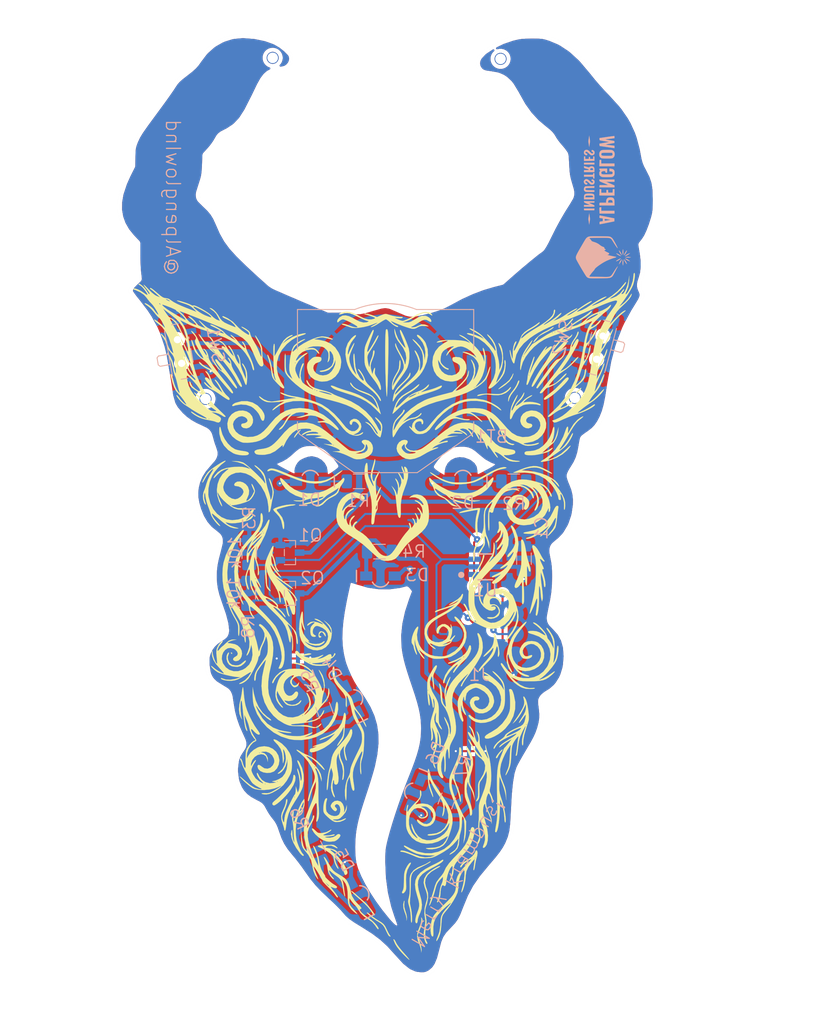
<source format=kicad_pcb>
(kicad_pcb (version 20171130) (host pcbnew "(5.1.8)-1")
  (layers (0 F.Cu signal) (31 B.Cu signal) (34 B.Paste user) (35 F.Paste user) (36 B.SilkS user) (37 F.SilkS user hide) (38 B.Mask user) (39 F.Mask user) (44 Edge.Cuts user))
  (net 0 "")
  (net 1 GND)
  (net 2 "Net-(BT1-Pad1)")
  (net 3 +V)
  (net 4 "Net-(D1-Pad1)")
  (net 5 "Net-(D2-Pad1)")
  (net 6 "Net-(D3-Pad1)")
  (net 7 "Net-(D4-Pad1)")
  (net 8 "Net-(D5-Pad1)")
  (net 9 "Net-(D6-Pad1)")
  (net 10 /RESET)
  (net 11 /PB0)
  (net 12 /PB1)
  (net 13 "Net-(J1-Pad1)")
  (net 14 /PB2)
  (net 15 "Net-(SW2-Pad1)")
  (net 16 /EYES)
  (net 17 /TONGUE)
  (net 18 "Net-(SW1-Pad3)")
  (module Alpenglow:Alpenglow_Logo_Horiz_8mm (layer B.Cu) (at 98.171 52.705 90)
    (fp_text reference G6 hide)
    (fp_text value LOGO hide)
  )
  (module Krampus:GoldwithTeeth (layer F.Cu) (at 73.025 89.789)
    (fp_text reference G5 hide)
    (fp_text value LOGO hide)
  )
  (module Button_Switch_SMD:SW_SPDT_PCM12 (layer B.Cu) (at 45.72 70.612 100)
    (fp_text reference SW1 (at 0.022664 4.259649 100) (layer B.SilkS) (effects (font (size 1.524 1.524) (thickness 0.1778)) (justify mirror)))
    (fp_text value SW_SPDT_Flipped)
    (pad "" smd rect (at -3.65 0.78 100) (size 1 0.8) (layers B.Cu B.Paste B.Mask) (net 1 GND))
    (pad "" smd rect (at 3.65 0.78 100) (size 1 0.8) (layers B.Cu B.Paste B.Mask) (net 1 GND))
    (pad "" smd rect (at 3.65 -1.43 100) (size 1 0.8) (layers B.Cu B.Paste B.Mask) (net 1 GND))
    (pad "" smd rect (at -3.65 -1.43 100) (size 1 0.8) (layers B.Cu B.Paste B.Mask) (net 1 GND))
    (pad 3 smd rect (at 2.25 1.43 100) (size 0.7 1.5) (layers B.Cu B.Paste B.Mask) (net 18 "Net-(SW1-Pad3)"))
    (pad 2 smd rect (at 0.75 1.43 100) (size 0.7 1.5) (layers B.Cu B.Paste B.Mask) (net 2 "Net-(BT1-Pad1)"))
    (pad 1 smd rect (at -2.25 1.43 100) (size 0.7 1.5) (layers B.Cu B.Paste B.Mask) (net 3 +V))
    (pad "" np_thru_hole circle (at 1.5 -0.33 100) (size 0.9 0.9) (drill 0.9) (layers *.Cu *.Mask))
    (pad "" np_thru_hole circle (at -1.5 -0.33 100) (size 0.9 0.9) (drill 0.9) (layers *.Cu *.Mask))
  )
  (module Alpenglow:BatteryHolder_CR2032_SMT (layer B.Cu) (at 71.12 74.93 180)
    (fp_text reference BT1 (at -13.208 -6.35 180) (layer B.SilkS) (effects (font (size 1.524 1.524) (thickness 0.1778)) (justify mirror)))
    (fp_text value Battery_Cell)
    (pad 2 smd circle (at 0 0 180) (size 17.8 17.8) (layers B.Cu B.Mask) (net 1 GND))
    (pad 1 smd rect (at -11.4 0 180) (size 2.54 7.62) (layers B.Cu B.Paste B.Mask) (net 2 "Net-(BT1-Pad1)"))
    (pad 1 smd rect (at 11.4 0 180) (size 2.54 7.62) (layers B.Cu B.Paste B.Mask) (net 2 "Net-(BT1-Pad1)"))
  )
  (module Krampus:WhitenoMouth (layer F.Cu) (at 70.866 103.632)
    (fp_text reference G4 hide)
    (fp_text value LOGO hide)
  )
  (module Alpenglow:LED_1204_RTA_2P (layer B.Cu) (at 70.485 98.679)
    (fp_text reference D3 (at 4.572 -0.127) (layer B.SilkS) (effects (font (size 1.524 1.524) (thickness 0.1778)) (justify mirror)))
    (fp_text value LED)
    (pad 2 smd rect (at 1.778 0) (size 1.524 1.143) (layers B.Cu B.Paste B.Mask) (net 3 +V))
    (pad 1 smd rect (at -1.778 0) (size 1.524 1.143) (layers B.Cu B.Paste B.Mask) (net 6 "Net-(D3-Pad1)"))
  )
  (module Alpenglow:LED_1204_RTA_2P (layer B.Cu) (at 66.911576 114.098944 116)
    (fp_text reference D4 (at 4.577816 -0.573873 116) (layer B.SilkS) (effects (font (size 1.524 1.524) (thickness 0.1778)) (justify mirror)))
    (fp_text value LED)
    (pad 2 smd rect (at 1.778 0 116) (size 1.524 1.143) (layers B.Cu B.Paste B.Mask) (net 3 +V))
    (pad 1 smd rect (at -1.778 0 116) (size 1.524 1.143) (layers B.Cu B.Paste B.Mask) (net 7 "Net-(D4-Pad1)"))
  )
  (module Alpenglow:LED_1204_RTA_2P (layer B.Cu) (at 67.691 138.557 118)
    (fp_text reference D5 (at 4.759422 0.51692 118) (layer B.SilkS) (effects (font (size 1.524 1.524) (thickness 0.1778)) (justify mirror)))
    (fp_text value LED)
    (pad 2 smd rect (at 1.778 0 118) (size 1.524 1.143) (layers B.Cu B.Paste B.Mask) (net 3 +V))
    (pad 1 smd rect (at -1.778 0 118) (size 1.524 1.143) (layers B.Cu B.Paste B.Mask) (net 8 "Net-(D5-Pad1)"))
  )
  (module Alpenglow:LED_1204_RTA_2P (layer B.Cu) (at 74.850959 125.733087 248)
    (fp_text reference D6 (at -5.528739 -0.453997 68) (layer B.SilkS) (effects (font (size 1.524 1.524) (thickness 0.1778)) (justify mirror)))
    (fp_text value LED)
    (pad 2 smd rect (at 1.778 0 248) (size 1.524 1.143) (layers B.Cu B.Paste B.Mask) (net 3 +V))
    (pad 1 smd rect (at -1.778 0 248) (size 1.524 1.143) (layers B.Cu B.Paste B.Mask) (net 9 "Net-(D6-Pad1)"))
  )
  (module Alpenglow:LED_1204_RTA_2P (layer B.Cu) (at 80.772 86.868 180)
    (fp_text reference D2 (at 0 -2.667 180) (layer B.SilkS) (effects (font (size 1.524 1.524) (thickness 0.1778)) (justify mirror)))
    (fp_text value LED)
    (pad 2 smd rect (at 1.778 0 180) (size 1.524 1.143) (layers B.Cu B.Paste B.Mask) (net 3 +V))
    (pad 1 smd rect (at -1.778 0 180) (size 1.524 1.143) (layers B.Cu B.Paste B.Mask) (net 5 "Net-(D2-Pad1)"))
  )
  (module Alpenglow:LED_1204_RTA_2P (layer B.Cu) (at 61.722 86.868 180)
    (fp_text reference D1 (at 0.127 -2.286 180) (layer B.SilkS) (effects (font (size 1.524 1.524) (thickness 0.1778)) (justify mirror)))
    (fp_text value LED)
    (pad 2 smd rect (at 1.778 0 180) (size 1.524 1.143) (layers B.Cu B.Paste B.Mask) (net 3 +V))
    (pad 1 smd rect (at -1.778 0 180) (size 1.524 1.143) (layers B.Cu B.Paste B.Mask) (net 4 "Net-(D1-Pad1)"))
  )
  (module Resistor_SMD:R_1206_3216Metric_Pad1.30x1.75mm_HandSolder (layer B.Cu) (at 54.102 95.758 90)
    (fp_text reference R3 (at 4.318 0 90) (layer B.SilkS) (effects (font (size 1.524 1.524) (thickness 0.1778)) (justify mirror)))
    (fp_text value 10k (at 0 -1.82 90) (layer B.SilkS) (effects (font (size 1.524 1.524) (thickness 0.1778)) (justify mirror)))
    (pad 2 smd roundrect (at 1.55 0 90) (size 1.3 1.75) (layers B.Cu B.Paste B.Mask) (roundrect_rratio 0.192308) (net 1 GND))
    (pad 1 smd roundrect (at -1.55 0 90) (size 1.3 1.75) (layers B.Cu B.Paste B.Mask) (roundrect_rratio 0.192308) (net 11 /PB0))
  )
  (module Resistor_SMD:R_1206_3216Metric_Pad1.30x1.75mm_HandSolder (layer B.Cu) (at 53.975 100.838 90)
    (fp_text reference R8 (at -4.191 0 90) (layer B.SilkS) (effects (font (size 1.524 1.524) (thickness 0.1778)) (justify mirror)))
    (fp_text value 10k (at 0 -1.82 90) (layer B.SilkS) (effects (font (size 1.524 1.524) (thickness 0.1778)) (justify mirror)))
    (pad 2 smd roundrect (at 1.55 0 90) (size 1.3 1.75) (layers B.Cu B.Paste B.Mask) (roundrect_rratio 0.192308) (net 1 GND))
    (pad 1 smd roundrect (at -1.55 0 90) (size 1.3 1.75) (layers B.Cu B.Paste B.Mask) (roundrect_rratio 0.192308) (net 12 /PB1))
  )
  (module Resistor_SMD:R_1206_3216Metric_Pad1.30x1.75mm_HandSolder (layer B.Cu) (at 67.818 86.868)
    (fp_text reference R1 (at -0.127 2.413) (layer B.SilkS) (effects (font (size 1.524 1.524) (thickness 0.1778)) (justify mirror)))
    (fp_text value 470)
    (pad 2 smd roundrect (at 1.55 0) (size 1.3 1.75) (layers B.Cu B.Paste B.Mask) (roundrect_rratio 0.192308) (net 16 /EYES))
    (pad 1 smd roundrect (at -1.55 0) (size 1.3 1.75) (layers B.Cu B.Paste B.Mask) (roundrect_rratio 0.192308) (net 4 "Net-(D1-Pad1)"))
  )
  (module Resistor_SMD:R_1206_3216Metric_Pad1.30x1.75mm_HandSolder (layer B.Cu) (at 87.122 86.868)
    (fp_text reference R2 (at 0 2.794) (layer B.SilkS) (effects (font (size 1.524 1.524) (thickness 0.1778)) (justify mirror)))
    (fp_text value 470)
    (pad 2 smd roundrect (at 1.55 0) (size 1.3 1.75) (layers B.Cu B.Paste B.Mask) (roundrect_rratio 0.192308) (net 16 /EYES))
    (pad 1 smd roundrect (at -1.55 0) (size 1.3 1.75) (layers B.Cu B.Paste B.Mask) (roundrect_rratio 0.192308) (net 5 "Net-(D2-Pad1)"))
  )
  (module Resistor_SMD:R_1206_3216Metric_Pad1.30x1.75mm_HandSolder (layer B.Cu) (at 63.5 115.443 110)
    (fp_text reference R5 (at 4.112436 -0.530454 110) (layer B.SilkS) (effects (font (size 1.524 1.524) (thickness 0.1778)) (justify mirror)))
    (fp_text value 470)
    (pad 2 smd roundrect (at 1.55 0 110) (size 1.3 1.75) (layers B.Cu B.Paste B.Mask) (roundrect_rratio 0.192308) (net 17 /TONGUE))
    (pad 1 smd roundrect (at -1.55 0 110) (size 1.3 1.75) (layers B.Cu B.Paste B.Mask) (roundrect_rratio 0.192308) (net 7 "Net-(D4-Pad1)"))
  )
  (module Resistor_SMD:R_1206_3216Metric_Pad1.30x1.75mm_HandSolder (layer B.Cu) (at 62.484 132.776994 115)
    (fp_text reference R6 (at 4.421651 -0.320343 115) (layer B.SilkS) (effects (font (size 1.524 1.524) (thickness 0.1778)) (justify mirror)))
    (fp_text value 470)
    (pad 2 smd roundrect (at 1.55 0 115) (size 1.3 1.75) (layers B.Cu B.Paste B.Mask) (roundrect_rratio 0.192308) (net 17 /TONGUE))
    (pad 1 smd roundrect (at -1.55 0 115) (size 1.3 1.75) (layers B.Cu B.Paste B.Mask) (roundrect_rratio 0.192308) (net 8 "Net-(D5-Pad1)"))
  )
  (module Resistor_SMD:R_1206_3216Metric_Pad1.30x1.75mm_HandSolder (layer B.Cu) (at 78.762131 126.746 250)
    (fp_text reference R7 (at -4.745008 -0.411816 70) (layer B.SilkS) (effects (font (size 1.524 1.524) (thickness 0.1778)) (justify mirror)))
    (fp_text value 470)
    (pad 2 smd roundrect (at 1.55 0 250) (size 1.3 1.75) (layers B.Cu B.Paste B.Mask) (roundrect_rratio 0.192308) (net 17 /TONGUE))
    (pad 1 smd roundrect (at -1.55 0 250) (size 1.3 1.75) (layers B.Cu B.Paste B.Mask) (roundrect_rratio 0.192308) (net 9 "Net-(D6-Pad1)"))
  )
  (module Resistor_SMD:R_1206_3216Metric_Pad1.30x1.75mm_HandSolder (layer B.Cu) (at 70.358 95.631)
    (fp_text reference R4 (at 4.318 0) (layer B.SilkS) (effects (font (size 1.524 1.524) (thickness 0.1778)) (justify mirror)))
    (fp_text value 470)
    (pad 2 smd roundrect (at 1.55 0) (size 1.3 1.75) (layers B.Cu B.Paste B.Mask) (roundrect_rratio 0.192308) (net 17 /TONGUE))
    (pad 1 smd roundrect (at -1.55 0) (size 1.3 1.75) (layers B.Cu B.Paste B.Mask) (roundrect_rratio 0.192308) (net 6 "Net-(D3-Pad1)"))
  )
  (module Alpenglow:CONN-ISP-POGO-SMT (layer B.Cu) (at 83.566 104.648)
    (fp_text reference J1 (at -0.762 6.35) (layer B.SilkS) (effects (font (size 1.524 1.524) (thickness 0.1778)) (justify mirror)))
    (fp_text value AVR-ISP-6)
    (pad 6 smd circle (at 3.81 -1.27) (size 2 2) (layers B.Cu B.Paste B.Mask) (net 1 GND))
    (pad 5 smd circle (at -3.81 -1.27) (size 2 2) (layers B.Cu B.Paste B.Mask) (net 10 /RESET))
    (pad 4 smd circle (at 3.81 1.27) (size 2 2) (layers B.Cu B.Paste B.Mask) (net 11 /PB0))
    (pad 3 smd circle (at -3.81 1.27) (size 2 2) (layers B.Cu B.Paste B.Mask) (net 12 /PB1))
    (pad 2 smd circle (at 3.81 3.81) (size 2 2) (layers B.Cu B.Paste B.Mask) (net 3 +V))
    (pad 1 smd circle (at -3.81 3.81) (size 2 2) (layers B.Cu B.Paste B.Mask) (net 13 "Net-(J1-Pad1)"))
  )
  (module Button_Switch_SMD:SW_SPDT_PCM12 (layer B.Cu) (at 97.536 70.104 255)
    (fp_text reference SW2 (at 0.013527 4.466698 75) (layer B.SilkS) (effects (font (size 1.524 1.524) (thickness 0.1778)) (justify mirror)))
    (fp_text value SW_SPDT)
    (pad "" smd rect (at -3.65 0.78 255) (size 1 0.8) (layers B.Cu B.Paste B.Mask) (net 1 GND))
    (pad "" smd rect (at 3.65 0.78 255) (size 1 0.8) (layers B.Cu B.Paste B.Mask) (net 1 GND))
    (pad "" smd rect (at 3.650001 -1.43 255) (size 1 0.8) (layers B.Cu B.Paste B.Mask) (net 1 GND))
    (pad "" smd rect (at -3.65 -1.43 255) (size 1 0.8) (layers B.Cu B.Paste B.Mask) (net 1 GND))
    (pad 3 smd rect (at 2.25 1.43 255) (size 0.7 1.5) (layers B.Cu B.Paste B.Mask) (net 1 GND))
    (pad 2 smd rect (at 0.75 1.43 255) (size 0.7 1.5) (layers B.Cu B.Paste B.Mask) (net 14 /PB2))
    (pad 1 smd rect (at -2.25 1.43 255) (size 0.7 1.5) (layers B.Cu B.Paste B.Mask) (net 15 "Net-(SW2-Pad1)"))
    (pad "" np_thru_hole circle (at 1.5 -0.33 255) (size 0.9 0.9) (drill 0.9) (layers *.Cu *.Mask))
    (pad "" np_thru_hole circle (at -1.5 -0.33 255) (size 0.9 0.9) (drill 0.9) (layers *.Cu *.Mask))
  )
  (module Alpenglow:SOT-23-6_Handsoldering (layer B.Cu) (at 83.566 97.536)
    (fp_text reference U1 (at 0 2.9) (layer B.SilkS) (effects (font (size 1.524 1.524) (thickness 0.1778)) (justify mirror)))
    (fp_text value ATtiny4-TS-PROG)
    (pad 5 smd rect (at 1.35 0) (size 1.56 0.65) (layers B.Cu B.Paste B.Mask) (net 3 +V))
    (pad 6 smd rect (at 1.35 0.95) (size 1.56 0.65) (layers B.Cu B.Paste B.Mask) (net 10 /RESET))
    (pad 4 smd rect (at 1.35 -0.95) (size 1.56 0.65) (layers B.Cu B.Paste B.Mask) (net 14 /PB2))
    (pad 3 smd rect (at -1.35 -0.95) (size 1.56 0.65) (layers B.Cu B.Paste B.Mask) (net 12 /PB1))
    (pad 2 smd rect (at -1.35 0) (size 1.56 0.65) (layers B.Cu B.Paste B.Mask) (net 1 GND))
    (pad 1 smd rect (at -1.35 0.95) (size 1.56 0.65) (layers B.Cu B.Paste B.Mask) (net 11 /PB0))
  )
  (module Krampus:Red (layer F.Cu) (at 73.025 89.535)
    (fp_text reference G2 hide)
    (fp_text value LOGO hide)
  )
  (module Krampus:Red-back (layer F.Cu) (at 73.025 89.535)
    (fp_text reference G3 hide)
    (fp_text value LOGO hide)
  )
  (module Krampus:HOLE_WEARABLE_KRAMPUS (layer F.Cu) (at 92.202 80.518)
    (fp_text reference REF** hide)
    (fp_text value HOLE_WEARABLE_KRAMPUS)
    (pad 1 thru_hole circle (at 2.54 -4.064) (size 1.5 1.5) (drill 1.3) (layers *.Cu *.Mask))
  )
  (module Krampus:HOLE_WEARABLE_KRAMPUS (layer F.Cu) (at 46.101 80.645)
    (fp_text reference REF** hide)
    (fp_text value HOLE_WEARABLE_KRAMPUS)
    (pad 1 thru_hole circle (at 2.54 -4.064) (size 1.5 1.5) (drill 1.3) (layers *.Cu *.Mask))
  )
  (module Krampus:HOLE_WEARABLE_KRAMPUS (layer F.Cu) (at 82.931 38.227)
    (fp_text reference REF** hide)
    (fp_text value HOLE_WEARABLE_KRAMPUS)
    (pad 1 thru_hole circle (at 2.54 -4.064) (size 1.5 1.5) (drill 1.3) (layers *.Cu *.Mask))
  )
  (module Krampus:HOLE_WEARABLE_KRAMPUS (layer F.Cu) (at 54.483 38.1)
    (fp_text reference REF** hide)
    (fp_text value HOLE_WEARABLE_KRAMPUS)
    (pad 1 thru_hole circle (at 2.54 -4.064) (size 1.5 1.5) (drill 1.3) (layers *.Cu *.Mask))
  )
  (module Capacitor_SMD:C_1206_3216Metric_Pad1.33x1.80mm_HandSolder (layer B.Cu) (at 88.392 96.52 90)
    (fp_text reference C1 (at 3.81 2.159 90) (layer B.SilkS) (effects (font (size 1.524 1.524) (thickness 0.1778)) (justify mirror)))
    (fp_text value 0.1)
    (pad 2 smd roundrect (at 1.5625 0 90) (size 1.325 1.8) (layers B.Cu B.Paste B.Mask) (roundrect_rratio 0.188679) (net 1 GND))
    (pad 1 smd roundrect (at -1.5625 0 90) (size 1.325 1.8) (layers B.Cu B.Paste B.Mask) (roundrect_rratio 0.188679) (net 3 +V))
  )
  (module Alpenglow:SOT-23-3 (layer B.Cu) (at 59.182 95.758)
    (fp_text reference Q1 (at 2.54 -2.159) (layer B.SilkS) (effects (font (size 1.524 1.524) (thickness 0.1778)) (justify mirror)))
    (fp_text value Q_NMOS_GSD)
    (pad 3 smd rect (at 1.2 0) (size 1.2 0.8) (layers B.Cu B.Paste B.Mask) (net 16 /EYES))
    (pad 2 smd rect (at -1.2 -0.95) (size 1.2 0.8) (layers B.Cu B.Paste B.Mask) (net 1 GND))
    (pad 1 smd rect (at -1.2 0.95) (size 1.2 0.8) (layers B.Cu B.Paste B.Mask) (net 11 /PB0))
  )
  (module Alpenglow:SOT-23-3 (layer B.Cu) (at 59.182 100.838)
    (fp_text reference Q2 (at 2.794 -1.905) (layer B.SilkS) (effects (font (size 1.524 1.524) (thickness 0.1778)) (justify mirror)))
    (fp_text value Q_NMOS_GSD)
    (pad 3 smd rect (at 1.2 0) (size 1.2 0.8) (layers B.Cu B.Paste B.Mask) (net 17 /TONGUE))
    (pad 2 smd rect (at -1.2 -0.95) (size 1.2 0.8) (layers B.Cu B.Paste B.Mask) (net 1 GND))
    (pad 1 smd rect (at -1.2 0.95) (size 1.2 0.8) (layers B.Cu B.Paste B.Mask) (net 12 /PB1))
  )
  (gr_text "Merry Krampus!" (at 80.137 135.763 240) (layer B.SilkS) (effects (font (size 1.778 1.778)) (justify mirror)))
  (gr_text @AlpenglowInd (at 44.577 61.341 270) (layer B.SilkS) (effects (font (size 1.778 1.778)) (justify left mirror)))
  (gr_line (start 57.508437 62.531698) (end 57.216234 62.39316) (layer Edge.Cuts) (width 0.00208))
  (gr_arc (start 48.639359 40.311455) (end 45.434965 36.344681) (angle -5.84794203) (layer Edge.Cuts) (width 0.00208))
  (gr_line (start 40.095335 60.778812) (end 40.186344 61.574172) (layer Edge.Cuts) (width 0.00208))
  (gr_line (start 42.758326 39.88021) (end 41.081919 42.160278) (layer Edge.Cuts) (width 0.00208))
  (gr_arc (start 40.034754 63.098494) (end 39.173318 62.682101) (angle -18.75675469) (layer Edge.Cuts) (width 0.00208))
  (gr_arc (start 42.718015 45.816482) (end 39.453169 45.246729) (angle -7.248706602) (layer Edge.Cuts) (width 0.00208))
  (gr_line (start 46.679179 35.370418) (end 46.053976 35.860452) (layer Edge.Cuts) (width 0.00208))
  (gr_arc (start 53.226514 37.403868) (end 50.862697 31.540448) (angle -12.34491304) (layer Edge.Cuts) (width 0.00208))
  (gr_line (start 40.004326 58.594824) (end 40.010993 59.184777) (layer Edge.Cuts) (width 0.00208))
  (gr_line (start 40.186344 61.574172) (end 39.716689 62.011536) (layer Edge.Cuts) (width 0.00208))
  (gr_line (start 39.729287 44.377452) (end 39.547276 44.873998) (layer Edge.Cuts) (width 0.00208))
  (gr_line (start 40.004326 57.206195) (end 40.004326 58.594824) (layer Edge.Cuts) (width 0.00208))
  (gr_arc (start 46.901612 47.498283) (end 40.405604 43.123015) (angle -5.412298883) (layer Edge.Cuts) (width 0.00208))
  (gr_line (start 40.060277 60.378701) (end 40.095335 60.778812) (layer Edge.Cuts) (width 0.00208))
  (gr_line (start 39.371969 47.481202) (end 38.794656 48.632327) (layer Edge.Cuts) (width 0.00208))
  (gr_line (start 40.010993 59.184777) (end 40.031059 59.80918) (layer Edge.Cuts) (width 0.00208))
  (gr_arc (start 43.351847 31.267506) (end 46.679179 35.370418) (angle -5.837635491) (layer Edge.Cuts) (width 0.00208))
  (gr_arc (start 42.90145 52.643819) (end 37.718717 52.972365) (angle -21.06542956) (layer Edge.Cuts) (width 0.00208))
  (gr_line (start 44.256523 37.777569) (end 43.815961 38.412412) (layer Edge.Cuts) (width 0.00208))
  (gr_line (start 41.081919 42.160278) (end 40.405604 43.123015) (layer Edge.Cuts) (width 0.00208))
  (gr_line (start 43.296224 39.142798) (end 42.758326 39.88021) (layer Edge.Cuts) (width 0.00208))
  (gr_line (start 43.815961 38.412412) (end 43.296224 39.142798) (layer Edge.Cuts) (width 0.00208))
  (gr_arc (start 48.320976 39.730984) (end 44.762735 37.016135) (angle -6.041929533) (layer Edge.Cuts) (width 0.00208))
  (gr_arc (start 44.504151 32.424705) (end 47.07923 35.010719) (angle -7.343263335) (layer Edge.Cuts) (width 0.00208))
  (gr_line (start 39.407373 45.663229) (end 39.387268 46.337327) (layer Edge.Cuts) (width 0.00208))
  (gr_arc (start 49.694319 75.192685) (end 44.103253 76.154233) (angle -10.66923973) (layer Edge.Cuts) (width 0.00208))
  (gr_line (start 39.389989 63.754683) (end 39.667116 64.124891) (layer Edge.Cuts) (width 0.00208))
  (gr_arc (start 47.260174 38.921617) (end 45.047472 36.691816) (angle -7.877815776) (layer Edge.Cuts) (width 0.00208))
  (gr_arc (start 39.600223 63.155516) (end 39.103537 63.280031) (angle -19.21494131) (layer Edge.Cuts) (width 0.00208))
  (gr_arc (start 39.896021 63.08136) (end 39.085175 62.98121) (angle -21.11474234) (layer Edge.Cuts) (width 0.00208))
  (gr_line (start 46.053976 35.860452) (end 45.434965 36.344681) (layer Edge.Cuts) (width 0.00208))
  (gr_arc (start 40.52487 63.335401) (end 39.379095 62.365506) (angle -14.45006849) (layer Edge.Cuts) (width 0.00208))
  (gr_line (start 39.387268 46.337327) (end 39.371969 47.481202) (layer Edge.Cuts) (width 0.00208))
  (gr_arc (start 42.530751 65.033371) (end 39.716689 62.011536) (angle -6.791228369) (layer Edge.Cuts) (width 0.00208))
  (gr_arc (start 44.06913 52.569804) (end 37.925356 50.913348) (angle -18.71623214) (layer Edge.Cuts) (width 0.00208))
  (gr_arc (start 53.212874 37.370042) (end 52.169191 31.171799) (angle -12.39861428) (layer Edge.Cuts) (width 0.00208))
  (gr_arc (start 53.411262 37.674678) (end 49.663775 32.181396) (angle -12.01696348) (layer Edge.Cuts) (width 0.00208))
  (gr_arc (start 41.995815 45.690447) (end 39.547276 44.873998) (angle -8.541593872) (layer Edge.Cuts) (width 0.00208))
  (gr_line (start 47.702334 34.219065) (end 47.388638 34.660379) (layer Edge.Cuts) (width 0.00208))
  (gr_line (start 39.290326 56.451469) (end 40.004326 57.206195) (layer Edge.Cuts) (width 0.00208))
  (gr_arc (start 49.641353 54.072171) (end 38.794656 48.632327) (angle -11.54563575) (layer Edge.Cuts) (width 0.00208))
  (gr_arc (start 26.429881 75.970317) (end 41.488188 66.578074) (angle -8.260992808) (layer Edge.Cuts) (width 0.00208))
  (gr_arc (start 43.706369 52.273721) (end 38.183166 54.813258) (angle -18.71896404) (layer Edge.Cuts) (width 0.00208))
  (gr_arc (start 54.253313 38.478845) (end 48.60219 33.082007) (angle -10.64751439) (layer Edge.Cuts) (width 0.00208))
  (gr_arc (start 45.167905 46.555033) (end 40.021881 43.755238) (angle -6.72848681) (layer Edge.Cuts) (width 0.00208))
  (gr_line (start 43.833471 74.365452) (end 44.103253 76.154233) (layer Edge.Cuts) (width 0.00208))
  (gr_line (start 43.282415 71.146654) (end 43.833471 74.365452) (layer Edge.Cuts) (width 0.00208))
  (gr_arc (start 27.762462 74.455311) (end 43.282415 71.146654) (angle -9.312311371) (layer Edge.Cuts) (width 0.00208))
  (gr_arc (start 30.698644 73.307785) (end 42.542484 68.678884) (angle -10.60589267) (layer Edge.Cuts) (width 0.00208))
  (gr_line (start 40.031059 59.80918) (end 40.060277 60.378701) (layer Edge.Cuts) (width 0.00208))
  (gr_line (start 39.667116 64.124891) (end 39.98244 64.511915) (layer Edge.Cuts) (width 0.00208))
  (gr_line (start 39.172187 63.43656) (end 39.389989 63.754683) (layer Edge.Cuts) (width 0.00208))
  (gr_line (start 44.496746 37.405743) (end 44.256523 37.777569) (layer Edge.Cuts) (width 0.00208))
  (gr_arc (start 91.542729 114.46196) (end 90.927263 113.79404) (angle -10.59514409) (layer Edge.Cuts) (width 0.00208))
  (gr_line (start 94.243639 86.052636) (end 94.348972 85.822616) (layer Edge.Cuts) (width 0.00208))
  (gr_arc (start 89.869717 89.316627) (end 94.939024 88.426445) (angle -7.712765851) (layer Edge.Cuts) (width 0.00208))
  (gr_arc (start 90.150319 91.033396) (end 92.690388 94.56899) (angle -15.96514813) (layer Edge.Cuts) (width 0.00208))
  (gr_arc (start 100.246288 94.545348) (end 92.065939 95.687508) (angle -5.119099365) (layer Edge.Cuts) (width 0.00208))
  (gr_arc (start 94.560065 86.184335) (end 94.243639 86.052636) (angle -22.5975063) (layer Edge.Cuts) (width 0.00208))
  (gr_arc (start 89.092791 108.305873) (end 93.766151 107.603987) (angle -12.4683096) (layer Edge.Cuts) (width 0.00208))
  (gr_arc (start 88.878384 89.632468) (end 94.773695 87.754162) (angle -6.718182443) (layer Edge.Cuts) (width 0.00208))
  (gr_line (start 90.80902 115.832871) (end 90.738756 115.118121) (layer Edge.Cuts) (width 0.00208))
  (gr_arc (start 93.142296 95.537222) (end 92.091941 95.258145) (angle -22.82807688) (layer Edge.Cuts) (width 0.00208))
  (gr_line (start 92.412297 98.743452) (end 92.400187 98.009944) (layer Edge.Cuts) (width 0.00208))
  (gr_arc (start 89.622982 108.102246) (end 93.504395 106.611564) (angle -13.37870213) (layer Edge.Cuts) (width 0.00208))
  (gr_line (start 89.652326 119.687779) (end 90.041877 118.965543) (layer Edge.Cuts) (width 0.00208))
  (gr_arc (start 94.718909 86.184335) (end 94.217326 86.184335) (angle -15.29767349) (layer Edge.Cuts) (width 0.00208))
  (gr_arc (start 89.824706 89.324539) (end 95.013156 89.11763) (angle -7.676137869) (layer Edge.Cuts) (width 0.00208))
  (gr_arc (start 96.107938 81.716063) (end 95.886328 81.5791) (angle -19.18808709) (layer Edge.Cuts) (width 0.00208))
  (gr_line (start 95.741432 82.227026) (end 95.799067 81.917164) (layer Edge.Cuts) (width 0.00208))
  (gr_line (start 91.750171 103.740471) (end 91.914662 102.893038) (layer Edge.Cuts) (width 0.00208))
  (gr_line (start 95.533543 83.361921) (end 95.686161 82.573181) (layer Edge.Cuts) (width 0.00208))
  (gr_arc (start 90.396276 82.191218) (end 95.042108 84.66877) (angle -7.478568975) (layer Edge.Cuts) (width 0.00208))
  (gr_line (start 92.311862 100.742002) (end 92.388498 99.816938) (layer Edge.Cuts) (width 0.00208))
  (gr_arc (start 91.659979 114.5495) (end 90.814947 113.918592) (angle -12.10129812) (layer Edge.Cuts) (width 0.00208))
  (gr_arc (start 89.974147 82.032613) (end 95.325056 84.043016) (angle -7.144302113) (layer Edge.Cuts) (width 0.00208))
  (gr_line (start 94.304321 86.545629) (end 94.235098 86.31667) (layer Edge.Cuts) (width 0.00208))
  (gr_arc (start 86.255945 116.071682) (end 90.70896 117.054797) (angle -7.760839478) (layer Edge.Cuts) (width 0.00208))
  (gr_line (start 92.388498 99.816938) (end 92.412297 98.743452) (layer Edge.Cuts) (width 0.00208))
  (gr_arc (start 92.586069 103.987896) (end 91.765919 104.181204) (angle -27.59812596) (layer Edge.Cuts) (width 0.00208))
  (gr_arc (start 89.102809 109.480527) (end 92.47329 112.619037) (angle -16.12000221) (layer Edge.Cuts) (width 0.00208))
  (gr_arc (start 91.159858 114.320062) (end 90.701461 114.109764) (angle -21.00975149) (layer Edge.Cuts) (width 0.00208))
  (gr_arc (start 89.234775 81.571814) (end 94.665485 85.289831) (angle -6.326367727) (layer Edge.Cuts) (width 0.00208))
  (gr_arc (start 88.703797 89.889349) (end 93.56489 93.733966) (angle -12.25190385) (layer Edge.Cuts) (width 0.00208))
  (gr_line (start 92.300561 96.921491) (end 92.200478 96.412854) (layer Edge.Cuts) (width 0.00208))
  (gr_arc (start 89.610157 109.952956) (end 91.496292 113.380493) (angle -18.21757301) (layer Edge.Cuts) (width 0.00208))
  (gr_arc (start 94.429668 96.989941) (end 92.690388 94.56899) (angle -10.49520296) (layer Edge.Cuts) (width 0.00208))
  (gr_arc (start 92.828386 95.453816) (end 92.278502 94.926307) (angle -28.93074334) (layer Edge.Cuts) (width 0.00208))
  (gr_line (start 92.163102 101.702356) (end 92.311862 100.742002) (layer Edge.Cuts) (width 0.00208))
  (gr_arc (start 92.72034 115.604869) (end 91.496292 113.380493) (angle -5.207977283) (layer Edge.Cuts) (width 0.00208))
  (gr_line (start 90.041877 118.965543) (end 90.305341 118.379848) (layer Edge.Cuts) (width 0.00208))
  (gr_arc (start 89.556019 108.148074) (end 93.054138 105.753912) (angle -13.18614898) (layer Edge.Cuts) (width 0.00208))
  (gr_line (start 90.738756 115.118121) (end 90.663743 114.544731) (layer Edge.Cuts) (width 0.00208))
  (gr_line (start 92.364765 97.430113) (end 92.300561 96.921491) (layer Edge.Cuts) (width 0.00208))
  (gr_line (start 92.400187 98.009944) (end 92.364765 97.430113) (layer Edge.Cuts) (width 0.00208))
  (gr_arc (start 86.731779 108.660465) (end 93.844605 108.739452) (angle -9.177542053) (layer Edge.Cuts) (width 0.00208))
  (gr_line (start 91.100385 113.646285) (end 91.299436 113.500784) (layer Edge.Cuts) (width 0.00208))
  (gr_line (start 90.521539 117.766452) (end 90.70896 117.054797) (layer Edge.Cuts) (width 0.00208))
  (gr_arc (start 92.058618 114.377151) (end 90.656538 114.288093) (angle -10.48514001) (layer Edge.Cuts) (width 0.00208))
  (gr_arc (start 86.25232 108.655138) (end 93.676404 110.246638) (angle -11.46310895) (layer Edge.Cuts) (width 0.00208))
  (gr_arc (start 92.869337 103.92113) (end 91.750171 103.740471) (angle -22.43226606) (layer Edge.Cuts) (width 0.00208))
  (gr_line (start 95.799067 81.917164) (end 95.853624 81.659546) (layer Edge.Cuts) (width 0.00208))
  (gr_arc (start 88.589068 89.373826) (end 95.000531 89.850984) (angle -6.540027123) (layer Edge.Cuts) (width 0.00208))
  (gr_arc (start 96.273078 100.798541) (end 91.94879 104.539158) (angle -6.713831702) (layer Edge.Cuts) (width 0.00208))
  (gr_line (start 90.305341 118.379848) (end 90.521539 117.766452) (layer Edge.Cuts) (width 0.00208))
  (gr_arc (start 96.095651 81.708468) (end 95.943235 81.515281) (angle -20.01076627) (layer Edge.Cuts) (width 0.00208))
  (gr_arc (start 88.367824 109.108639) (end 93.212178 111.559823) (angle -14.73949573) (layer Edge.Cuts) (width 0.00208))
  (gr_line (start 95.686161 82.573181) (end 95.741432 82.227026) (layer Edge.Cuts) (width 0.00208))
  (gr_line (start 94.49391 85.558041) (end 94.665485 85.289831) (layer Edge.Cuts) (width 0.00208))
  (gr_line (start 94.348972 85.822616) (end 94.49391 85.558041) (layer Edge.Cuts) (width 0.00208))
  (gr_line (start 94.400107 86.809737) (end 94.304321 86.545629) (layer Edge.Cuts) (width 0.00208))
  (gr_line (start 94.51348 87.077391) (end 94.400107 86.809737) (layer Edge.Cuts) (width 0.00208))
  (gr_arc (start 87.924223 89.507639) (end 94.270041 92.614828) (angle -11.46539505) (layer Edge.Cuts) (width 0.00208))
  (gr_line (start 90.927263 113.79404) (end 91.100385 113.646285) (layer Edge.Cuts) (width 0.00208))
  (gr_line (start 91.914662 102.893038) (end 92.163102 101.702356) (layer Edge.Cuts) (width 0.00208))
  (gr_arc (start 86.355016 116.079805) (end 90.80093 116.444464) (angle -7.862249694) (layer Edge.Cuts) (width 0.00208))
  (gr_arc (start 86.941298 89.251194) (end 94.761045 91.291427) (angle -10.36666867) (layer Edge.Cuts) (width 0.00208))
  (gr_line (start 70.97981 145.231654) (end 71.834905 146.173499) (layer Edge.Cuts) (width 0.00208))
  (gr_line (start 59.079257 133.782639) (end 59.42668 134.194124) (layer Edge.Cuts) (width 0.00208))
  (gr_arc (start 91.884415 143.37631) (end 82.48081 137.593523) (angle -6.919227139) (layer Edge.Cuts) (width 0.00208))
  (gr_arc (start 77.180647 139.744495) (end 80.189377 142.30428) (angle -9.422821983) (layer Edge.Cuts) (width 0.00208))
  (gr_arc (start 73.753925 145.180603) (end 77.672224 147.31472) (angle -11.32891082) (layer Edge.Cuts) (width 0.00208))
  (gr_arc (start 75.815541 147.076175) (end 75.91558 148.607036) (angle -9.983314471) (layer Edge.Cuts) (width 0.00208))
  (gr_arc (start 62.824043 153.247746) (end 70.97981 145.231654) (angle -5.855042076) (layer Edge.Cuts) (width 0.00208))
  (gr_arc (start 69.711538 137.554386) (end 65.367601 140.957817) (angle -6.774283668) (layer Edge.Cuts) (width 0.00208))
  (gr_arc (start 80.078826 129.089691) (end 86.519183 132.197906) (angle -7.166511212) (layer Edge.Cuts) (width 0.00208))
  (gr_arc (start 75.707003 145.159461) (end 73.794466 148.067165) (angle -15.63988438) (layer Edge.Cuts) (width 0.00208))
  (gr_arc (start 76.166527 139.135925) (end 80.567865 141.777155) (angle -8.005546455) (layer Edge.Cuts) (width 0.00208))
  (gr_arc (start 81.359323 145.338065) (end 78.769717 143.944796) (angle -11.80736983) (layer Edge.Cuts) (width 0.00208))
  (gr_arc (start 67.052785 126.727875) (end 58.485657 133.048567) (angle -5.082219156) (layer Edge.Cuts) (width 0.00208))
  (gr_line (start 59.42668 134.194124) (end 59.842271 134.723001) (layer Edge.Cuts) (width 0.00208))
  (gr_line (start 85.786948 133.406283) (end 86.188359 132.806117) (layer Edge.Cuts) (width 0.00208))
  (gr_arc (start 75.216667 145.977291) (end 77.246759 147.900101) (angle -14.87027041) (layer Edge.Cuts) (width 0.00208))
  (gr_line (start 88.357331 121.906498) (end 88.672564 121.351852) (layer Edge.Cuts) (width 0.00208))
  (gr_line (start 59.842271 134.723001) (end 60.25643 135.276848) (layer Edge.Cuts) (width 0.00208))
  (gr_line (start 64.723736 140.266589) (end 65.132969 140.686306) (layer Edge.Cuts) (width 0.00208))
  (gr_arc (start 62.016592 154.222391) (end 70.119525 144.441486) (angle -5.514456477) (layer Edge.Cuts) (width 0.00208))
  (gr_line (start 71.834905 146.173499) (end 72.89375 147.331954) (layer Edge.Cuts) (width 0.00208))
  (gr_line (start 78.015106 146.503424) (end 78.31909 145.357729) (layer Edge.Cuts) (width 0.00208))
  (gr_line (start 88.999746 120.796525) (end 89.652326 119.687779) (layer Edge.Cuts) (width 0.00208))
  (gr_arc (start 64.002685 128.981781) (end 57.659339 131.578075) (angle -7.07332368) (layer Edge.Cuts) (width 0.00208))
  (gr_line (start 87.187125 129.512678) (end 87.278231 127.812689) (layer Edge.Cuts) (width 0.00208))
  (gr_line (start 60.25643 135.276848) (end 60.602263 135.769452) (layer Edge.Cuts) (width 0.00208))
  (gr_line (start 64.243443 139.797332) (end 64.723736 140.266589) (layer Edge.Cuts) (width 0.00208))
  (gr_line (start 88.672564 121.351852) (end 88.999746 120.796525) (layer Edge.Cuts) (width 0.00208))
  (gr_line (start 78.31909 145.357729) (end 78.539417 144.504166) (layer Edge.Cuts) (width 0.00208))
  (gr_line (start 67.927208 142.936192) (end 69.142109 143.708086) (layer Edge.Cuts) (width 0.00208))
  (gr_line (start 88.091675 122.391341) (end 88.357331 121.906498) (layer Edge.Cuts) (width 0.00208))
  (gr_arc (start 62.428379 143.260666) (end 65.367601 140.957817) (angle -5.508501161) (layer Edge.Cuts) (width 0.00208))
  (gr_arc (start 73.842414 136.904374) (end 79.6539 142.876773) (angle -5.39168386) (layer Edge.Cuts) (width 0.00208))
  (gr_line (start 75.551326 148.617967) (end 75.91558 148.607036) (layer Edge.Cuts) (width 0.00208))
  (gr_arc (start 75.567202 145.597659) (end 74.649166 148.475109) (angle -17.39383993) (layer Edge.Cuts) (width 0.00208))
  (gr_line (start 60.602263 135.769452) (end 61.312002 136.764559) (layer Edge.Cuts) (width 0.00208))
  (gr_line (start 87.946953 122.683525) (end 88.091675 122.391341) (layer Edge.Cuts) (width 0.00208))
  (gr_arc (start 91.111077 124.120117) (end 87.946953 122.683525) (angle -12.65544721) (layer Edge.Cuts) (width 0.00208))
  (gr_arc (start 93.222899 144.199392) (end 83.283157 136.438495) (angle -6.393008672) (layer Edge.Cuts) (width 0.00208))
  (gr_arc (start 71.438677 135.181278) (end 66.273112 141.864458) (angle -5.330296386) (layer Edge.Cuts) (width 0.00208))
  (gr_line (start 80.892814 141.138445) (end 81.268787 140.185735) (layer Edge.Cuts) (width 0.00208))
  (gr_line (start 87.52372 124.508059) (end 87.709085 123.411647) (layer Edge.Cuts) (width 0.00208))
  (gr_line (start 87.379862 125.95141) (end 87.52372 124.508059) (layer Edge.Cuts) (width 0.00208))
  (gr_line (start 79.101502 143.46295) (end 79.6539 142.876773) (layer Edge.Cuts) (width 0.00208))
  (gr_line (start 81.268787 140.185735) (end 81.852644 138.768491) (layer Edge.Cuts) (width 0.00208))
  (gr_arc (start 81.128781 145.214024) (end 79.101502 143.46295) (angle -12.53777411) (layer Edge.Cuts) (width 0.00208))
  (gr_arc (start 75.865746 147.281781) (end 76.179458 148.566513) (angle -10.9461637) (layer Edge.Cuts) (width 0.00208))
  (gr_line (start 61.982211 137.586701) (end 62.746193 138.391706) (layer Edge.Cuts) (width 0.00208))
  (gr_line (start 61.312002 136.764559) (end 61.982211 137.586701) (layer Edge.Cuts) (width 0.00208))
  (gr_line (start 85.234992 134.111511) (end 85.786948 133.406283) (layer Edge.Cuts) (width 0.00208))
  (gr_arc (start 75.120391 145.658919) (end 76.417703 148.483569) (angle -5.779918439) (layer Edge.Cuts) (width 0.00208))
  (gr_line (start 87.278231 127.812689) (end 87.379862 125.95141) (layer Edge.Cuts) (width 0.00208))
  (gr_arc (start 75.421679 146.171465) (end 76.695572 148.33856) (angle -16.10609103) (layer Edge.Cuts) (width 0.00208))
  (gr_arc (start 77.093607 128.835181) (end 87.061614 130.560563) (angle -5.980092649) (layer Edge.Cuts) (width 0.00208))
  (gr_line (start 63.751832 139.340017) (end 64.243443 139.797332) (layer Edge.Cuts) (width 0.00208))
  (gr_arc (start 63.982226 128.993287) (end 58.027322 132.339432) (angle -7.087061548) (layer Edge.Cuts) (width 0.00208))
  (gr_arc (start 69.248128 138.015409) (end 65.799391 141.44646) (angle -7.446059463) (layer Edge.Cuts) (width 0.00208))
  (gr_arc (start 76.9085 143.332784) (end 72.89375 147.331954) (angle -11.77651194) (layer Edge.Cuts) (width 0.00208))
  (gr_line (start 62.746193 138.391706) (end 63.751832 139.340017) (layer Edge.Cuts) (width 0.00208))
  (gr_arc (start 81.68377 129.629699) (end 86.85663 131.370168) (angle -8.775942536) (layer Edge.Cuts) (width 0.00208))
  (gr_arc (start 80.091894 129.095987) (end 86.188359 132.806117) (angle -5.560724444) (layer Edge.Cuts) (width 0.00208))
  (gr_line (start 83.283157 136.438495) (end 84.413509 135.071973) (layer Edge.Cuts) (width 0.00208))
  (gr_line (start 84.413509 135.071973) (end 85.234992 134.111511) (layer Edge.Cuts) (width 0.00208))
  (gr_line (start 66.916297 142.315424) (end 67.927208 142.936192) (layer Edge.Cuts) (width 0.00208))
  (gr_arc (start 56.248773 123.206986) (end 53.508774 126.243104) (angle -9.465377699) (layer Edge.Cuts) (width 0.00208))
  (gr_arc (start 55.975197 123.527069) (end 52.728738 125.238166) (angle -10.00435925) (layer Edge.Cuts) (width 0.00208))
  (gr_line (start 52.813966 118.463557) (end 53.162953 119.231874) (layer Edge.Cuts) (width 0.00208))
  (gr_line (start 52.409103 117.547336) (end 52.813966 118.463557) (layer Edge.Cuts) (width 0.00208))
  (gr_line (start 54.700956 127.01803) (end 55.175283 127.260704) (layer Edge.Cuts) (width 0.00208))
  (gr_line (start 56.408459 129.007989) (end 56.60659 129.257886) (layer Edge.Cuts) (width 0.00208))
  (gr_line (start 55.976207 128.355622) (end 56.186574 128.688966) (layer Edge.Cuts) (width 0.00208))
  (gr_arc (start 58.228146 122.872554) (end 52.194181 122.71669) (angle -12.8686127) (layer Edge.Cuts) (width 0.00208))
  (gr_arc (start 67.648084 127.489736) (end 57.339148 130.685886) (angle -5.033655996) (layer Edge.Cuts) (width 0.00208))
  (gr_arc (start 54.630092 128.265364) (end 55.411824 127.431415) (angle -14.66189364) (layer Edge.Cuts) (width 0.00208))
  (gr_arc (start 52.141932 119.661172) (end 53.249334 119.640136) (angle -21.71656242) (layer Edge.Cuts) (width 0.00208))
  (gr_arc (start 50.09158 114.0567) (end 51.532715 113.801188) (angle -18.15448818) (layer Edge.Cuts) (width 0.00208))
  (gr_line (start 57.179225 130.217335) (end 57.339148 130.685886) (layer Edge.Cuts) (width 0.00208))
  (gr_line (start 51.532715 113.801188) (end 51.675062 114.7293) (layer Edge.Cuts) (width 0.00208))
  (gr_line (start 51.675062 114.7293) (end 51.839179 115.678611) (layer Edge.Cuts) (width 0.00208))
  (gr_arc (start 54.074418 131.376049) (end 57.179225 130.217335) (angle -6.692077925) (layer Edge.Cuts) (width 0.00208))
  (gr_arc (start 54.674106 131.068413) (end 57.023042 129.863416) (angle -7.648895553) (layer Edge.Cuts) (width 0.00208))
  (gr_arc (start 52.553495 119.653354) (end 53.162724 119.989816) (angle -29.99898679) (layer Edge.Cuts) (width 0.00208))
  (gr_line (start 52.083935 116.6185) (end 52.409103 117.547336) (layer Edge.Cuts) (width 0.00208))
  (gr_line (start 56.186574 128.688966) (end 56.408459 129.007989) (layer Edge.Cuts) (width 0.00208))
  (gr_arc (start 55.049847 122.142426) (end 52.852005 120.466051) (angle -22.5251031) (layer Edge.Cuts) (width 0.00208))
  (gr_arc (start 49.773898 118.11826) (end 52.852005 120.466051) (angle -8.423497313) (layer Edge.Cuts) (width 0.00208))
  (gr_line (start 51.839179 115.678611) (end 52.083935 116.6185) (layer Edge.Cuts) (width 0.00208))
  (gr_arc (start 53.782527 131.688228) (end 56.841755 129.561489) (angle -5.908177548) (layer Edge.Cuts) (width 0.00208))
  (gr_line (start 55.812934 128.060383) (end 55.976207 128.355622) (layer Edge.Cuts) (width 0.00208))
  (gr_arc (start 57.766377 122.860622) (end 52.377475 121.435906) (angle -13.32936646) (layer Edge.Cuts) (width 0.00208))
  (gr_arc (start 56.591471 123.202244) (end 52.311021 124.064466) (angle -16.40344496) (layer Edge.Cuts) (width 0.00208))
  (gr_line (start 55.58687 127.649304) (end 55.812934 128.060383) (layer Edge.Cuts) (width 0.00208))
  (gr_arc (start 54.731324 128.15737) (end 55.58687 127.649304) (angle -16.14714007) (layer Edge.Cuts) (width 0.00208))
  (gr_arc (start 57.407402 121.395264) (end 54.045373 126.652365) (angle -6.896558617) (layer Edge.Cuts) (width 0.00208))
  (gr_arc (start 55.924258 123.566577) (end 53.075359 125.776133) (angle -10.13817263) (layer Edge.Cuts) (width 0.00208))
  (gr_line (start 49.200401 81.905468) (end 49.28377 82.184483) (layer Edge.Cuts) (width 0.00208))
  (gr_line (start 47.38391 89.663422) (end 47.611882 90.459858) (layer Edge.Cuts) (width 0.00208))
  (gr_arc (start 48.497751 83.277309) (end 49.40766 84.013351) (angle -22.46858461) (layer Edge.Cuts) (width 0.00208))
  (gr_arc (start 52.729389 88.653219) (end 48.27065 85.336921) (angle -8.905238413) (layer Edge.Cuts) (width 0.00208))
  (gr_line (start 49.28377 82.184483) (end 49.373297 82.452039) (layer Edge.Cuts) (width 0.00208))
  (gr_arc (start 52.522351 88.44689) (end 47.29442 87.625452) (angle -7.360434387) (layer Edge.Cuts) (width 0.00208))
  (gr_line (start 49.373297 82.452039) (end 49.454797 82.661409) (layer Edge.Cuts) (width 0.00208))
  (gr_arc (start 48.080211 81.473611) (end 48.817041 80.844044) (angle -20.82565532) (layer Edge.Cuts) (width 0.00208))
  (gr_arc (start 50.669366 73.467484) (end 45.450856 78.708083) (angle -5.78793474) (layer Edge.Cuts) (width 0.00208))
  (gr_arc (start 54.455918 89.937374) (end 48.874416 84.620556) (angle -6.967769376) (layer Edge.Cuts) (width 0.00208))
  (gr_arc (start 52.831515 88.339172) (end 47.260102 88.963185) (angle -7.27228878) (layer Edge.Cuts) (width 0.00208))
  (gr_arc (start 50.107112 105.467424) (end 50.97165 105.93011) (angle -30.20734465) (layer Edge.Cuts) (width 0.00208))
  (gr_line (start 50.210328 102.115302) (end 50.718956 103.588849) (layer Edge.Cuts) (width 0.00208))
  (gr_arc (start 52.265996 88.409568) (end 47.811031 86.067113) (angle -9.390561572) (layer Edge.Cuts) (width 0.00208))
  (gr_arc (start 44.341017 82.760932) (end 49.137318 81.658452) (angle -6.233160214) (layer Edge.Cuts) (width 0.00208))
  (gr_arc (start 50.681735 105.774953) (end 50.8997 106.021155) (angle -20.32641521) (layer Edge.Cuts) (width 0.00208))
  (gr_line (start 50.070916 95.459974) (end 49.801339 96.497364) (layer Edge.Cuts) (width 0.00208))
  (gr_arc (start 58.813019 98.755523) (end 49.541326 98.755517) (angle -5.1369667) (layer Edge.Cuts) (width 0.00208))
  (gr_arc (start 52.573586 89.300763) (end 48.477737 92.219033) (angle -10.20450491) (layer Edge.Cuts) (width 0.00208))
  (gr_line (start 47.259897 80.016982) (end 48.047462 80.382909) (layer Edge.Cuts) (width 0.00208))
  (gr_arc (start 54.197905 109.474799) (end 48.644974 109.708452) (angle -10.92261153) (layer Edge.Cuts) (width 0.00208))
  (gr_arc (start 52.248978 88.403935) (end 47.488529 86.825391) (angle -9.415729301) (layer Edge.Cuts) (width 0.00208))
  (gr_line (start 50.73987 106.152725) (end 50.540216 106.294042) (layer Edge.Cuts) (width 0.00208))
  (gr_arc (start 51.998025 88.432524) (end 47.232264 88.301975) (angle -7.959765418) (layer Edge.Cuts) (width 0.00208))
  (gr_line (start 49.137318 81.658452) (end 49.200401 81.905468) (layer Edge.Cuts) (width 0.00208))
  (gr_arc (start 51.749659 109.164623) (end 48.652426 108.815037) (angle -6.655668701) (layer Edge.Cuts) (width 0.00208))
  (gr_arc (start 50.627974 113.768985) (end 51.381362 113.364878) (angle -26.33691245) (layer Edge.Cuts) (width 0.00208))
  (gr_arc (start 57.059485 98.458705) (end 49.646197 97.267404) (angle -5.361677392) (layer Edge.Cuts) (width 0.00208))
  (gr_arc (start 48.789891 116.350202) (end 51.12388 113.072584) (angle -8.347968094) (layer Edge.Cuts) (width 0.00208))
  (gr_arc (start 51.272221 110.168132) (end 48.789844 110.756405) (angle -19.55102923) (layer Edge.Cuts) (width 0.00208))
  (gr_line (start 50.540216 106.294042) (end 50.322582 106.426413) (layer Edge.Cuts) (width 0.00208))
  (gr_line (start 49.40766 84.013351) (end 48.874416 84.620556) (layer Edge.Cuts) (width 0.00208))
  (gr_arc (start 45.913148 85.437927) (end 48.545074 80.623214) (angle -5.772589237) (layer Edge.Cuts) (width 0.00208))
  (gr_arc (start 48.863555 83.385675) (end 49.619886 83.609732) (angle -29.28929702) (layer Edge.Cuts) (width 0.00208))
  (gr_arc (start 50.656064 73.337706) (end 46.594536 79.634584) (angle -5.870616332) (layer Edge.Cuts) (width 0.00208))
  (gr_arc (start 51.976608 109.380307) (end 49.414331 107.170565) (angle -9.94488444) (layer Edge.Cuts) (width 0.00208))
  (gr_arc (start 52.000225 109.400674) (end 49.836175 106.75925) (angle -9.89821865) (layer Edge.Cuts) (width 0.00208))
  (gr_arc (start 54.940445 88.038502) (end 47.611882 90.459858) (angle -7.590747367) (layer Edge.Cuts) (width 0.00208))
  (gr_arc (start 53.262595 107.612285) (end 49.719008 112.194313) (angle -10.61046652) (layer Edge.Cuts) (width 0.00208))
  (gr_arc (start 50.198524 74.047046) (end 46.005958 79.207637) (angle -6.268886189) (layer Edge.Cuts) (width 0.00208))
  (gr_line (start 50.8997 106.021155) (end 50.73987 106.152725) (layer Edge.Cuts) (width 0.00208))
  (gr_arc (start 41.533147 106.545125) (end 50.996337 104.656557) (angle -6.553537897) (layer Edge.Cuts) (width 0.00208))
  (gr_arc (start 52.003171 109.404261) (end 50.322582 106.426413) (angle -9.888153372) (layer Edge.Cuts) (width 0.00208))
  (gr_arc (start 51.299764 110.150323) (end 49.129832 111.553206) (angle -19.39972037) (layer Edge.Cuts) (width 0.00208))
  (gr_arc (start 48.106302 81.451317) (end 48.989262 81.144213) (angle -21.33310386) (layer Edge.Cuts) (width 0.00208))
  (gr_line (start 49.801339 96.497364) (end 49.646197 97.267404) (layer Edge.Cuts) (width 0.00208))
  (gr_arc (start 56.882413 98.929086) (end 49.578565 99.585676) (angle -6.124606361) (layer Edge.Cuts) (width 0.00208))
  (gr_arc (start 51.884348 109.325241) (end 49.071206 107.646275) (angle -10.18849383) (layer Edge.Cuts) (width 0.00208))
  (gr_arc (start 46.238605 105.60606) (end 51.087046 105.432306) (angle -9.233830186) (layer Edge.Cuts) (width 0.00208))
  (gr_arc (start 47.341334 76.069033) (end 44.37793 77.172734) (angle -15.56711332) (layer Edge.Cuts) (width 0.00208))
  (gr_line (start 50.280843 94.592961) (end 50.070916 95.459974) (layer Edge.Cuts) (width 0.00208))
  (gr_arc (start 48.612071 95.156332) (end 50.127119 93.779696) (angle -14.24506759) (layer Edge.Cuts) (width 0.00208))
  (gr_arc (start 52.305408 89.575328) (end 49.059533 92.8985) (angle -10.8304586) (layer Edge.Cuts) (width 0.00208))
  (gr_arc (start 49.635718 94.226204) (end 50.290959 94.118952) (angle -32.96361363) (layer Edge.Cuts) (width 0.00208))
  (gr_line (start 48.632782 109.176369) (end 48.644974 109.708452) (layer Edge.Cuts) (width 0.00208))
  (gr_arc (start 50.75229 109.05205) (end 48.710154 108.50865) (angle -8.461032367) (layer Edge.Cuts) (width 0.00208))
  (gr_line (start 49.893682 101.17251) (end 50.210328 102.115302) (layer Edge.Cuts) (width 0.00208))
  (gr_arc (start 49.00944 94.328716) (end 50.280843 94.592961) (angle -21.03702269) (layer Edge.Cuts) (width 0.00208))
  (gr_arc (start 52.137862 109.420741) (end 48.818579 108.170359) (angle -5.740752878) (layer Edge.Cuts) (width 0.00208))
  (gr_arc (start 58.054045 98.695784) (end 49.690306 100.361184) (angle -5.621879922) (layer Edge.Cuts) (width 0.00208))
  (gr_line (start 49.567315 97.965332) (end 49.541326 98.755517) (layer Edge.Cuts) (width 0.00208))
  (gr_arc (start 50.006896 74.132764) (end 44.782834 77.927527) (angle -9.126286855) (layer Edge.Cuts) (width 0.00208))
  (gr_arc (start 53.076025 88.942778) (end 47.995955 91.406716) (angle -9.595328732) (layer Edge.Cuts) (width 0.00208))
  (gr_arc (start 46.49859 83.922453) (end 49.632811 83.211076) (angle -10.31406379) (layer Edge.Cuts) (width 0.00208))
  (gr_arc (start 57.767289 33.774745) (end 58.838908 35.413593) (angle -9.390332773) (layer Edge.Cuts) (width 0.00208))
  (gr_arc (start 54.842398 37.263193) (end 59.303193 33.360771) (angle -7.159184514) (layer Edge.Cuts) (width 0.00208))
  (gr_arc (start 58.187576 34.142605) (end 59.5753 34.160089) (angle -16.15740217) (layer Edge.Cuts) (width 0.00208))
  (gr_arc (start 58.131143 34.13125) (end 59.351014 34.907485) (angle -15.75804505) (layer Edge.Cuts) (width 0.00208))
  (gr_arc (start 54.258931 38.658886) (end 57.468342 31.943036) (angle -9.968903275) (layer Edge.Cuts) (width 0.00208))
  (gr_arc (start 53.314305 37.972433) (end 53.429143 31.07702) (angle -10.51212691) (layer Edge.Cuts) (width 0.00208))
  (gr_line (start 57.587073 35.707229) (end 58.248196 35.61391) (layer Edge.Cuts) (width 0.00208))
  (gr_arc (start 58.043605 34.075548) (end 59.091942 35.216788) (angle -14.95995844) (layer Edge.Cuts) (width 0.00208))
  (gr_arc (start 58.272296 34.547061) (end 58.59311 35.531442) (angle -15.12905238) (layer Edge.Cuts) (width 0.00208))
  (gr_line (start 57.116507 35.836782) (end 57.372811 35.751376) (layer Edge.Cuts) (width 0.00208))
  (gr_arc (start 57.90862 33.431156) (end 58.248196 35.61391) (angle -9.208203207) (layer Edge.Cuts) (width 0.00208))
  (gr_arc (start 54.40962 37.749609) (end 58.782071 32.835263) (angle -7.189864966) (layer Edge.Cuts) (width 0.00208))
  (gr_line (start 56.86082 35.946086) (end 57.116507 35.836782) (layer Edge.Cuts) (width 0.00208))
  (gr_arc (start 55.343587 36.389195) (end 58.132621 32.326659) (angle -8.928122051) (layer Edge.Cuts) (width 0.00208))
  (gr_arc (start 58.51184 34.053069) (end 59.525351 33.773226) (angle -25.74485072) (layer Edge.Cuts) (width 0.00208))
  (gr_arc (start 53.243195 42.242221) (end 54.851458 31.191891) (angle -7.326550098) (layer Edge.Cuts) (width 0.00208))
  (gr_arc (start 53.224574 42.370133) (end 56.257281 31.48884) (angle -7.29289444) (layer Edge.Cuts) (width 0.00208))
  (gr_arc (start 58.168149 34.142359) (end 59.515974 34.547025) (angle -15.9897798) (layer Edge.Cuts) (width 0.00208))
  (gr_arc (start 57.765738 37.116383) (end 57.587073 35.707229) (angle -8.832924952) (layer Edge.Cuts) (width 0.00208))
  (gr_line (start 48.701561 47.496791) (end 48.756762 46.213452) (layer Edge.Cuts) (width 0.00208))
  (gr_line (start 48.657034 48.240102) (end 48.701561 47.496791) (layer Edge.Cuts) (width 0.00208))
  (gr_arc (start 74.441469 63.816957) (end 73.691534 65.683079) (angle -15.17400441) (layer Edge.Cuts) (width 0.00208))
  (gr_line (start 75.596818 65.642319) (end 74.731622 65.804764) (layer Edge.Cuts) (width 0.00208))
  (gr_arc (start 43.622464 47.853306) (end 48.592525 48.744937) (angle -5.777399027) (layer Edge.Cuts) (width 0.00208))
  (gr_arc (start 48.981716 51.148862) (end 47.963777 50.853718) (angle -24.5739723) (layer Edge.Cuts) (width 0.00208))
  (gr_arc (start 48.614383 51.203138) (end 47.933235 51.303779) (angle -33.56452678) (layer Edge.Cuts) (width 0.00208))
  (gr_line (start 65.78 65.329137) (end 65.275912 65.322613) (layer Edge.Cuts) (width 0.00208))
  (gr_arc (start 66.562541 66.441081) (end 66.880652 65.430309) (angle -11.64050359) (layer Edge.Cuts) (width 0.00208))
  (gr_arc (start 74.463379 56.325964) (end 77.575812 65.098499) (angle -5.13582136) (layer Edge.Cuts) (width 0.00208))
  (gr_line (start 76.685767 65.375636) (end 75.596818 65.642319) (layer Edge.Cuts) (width 0.00208))
  (gr_line (start 50.867718 55.734103) (end 50.349851 54.558637) (layer Edge.Cuts) (width 0.00208))
  (gr_line (start 64.027499 65.327061) (end 60.833354 63.968003) (layer Edge.Cuts) (width 0.00208))
  (gr_arc (start 43.673065 57.210941) (end 50.349851 54.558637) (angle -6.005056533) (layer Edge.Cuts) (width 0.00208))
  (gr_line (start 58.453241 62.944782) (end 57.508437 62.531698) (layer Edge.Cuts) (width 0.00208))
  (gr_arc (start 67.312257 60.931815) (end 67.865556 65.511761) (angle -8.045833239) (layer Edge.Cuts) (width 0.00208))
  (gr_arc (start 45.524632 56.320198) (end 49.680027 53.30171) (angle -7.853779884) (layer Edge.Cuts) (width 0.00208))
  (gr_line (start 73.691534 65.683079) (end 72.86 65.319865) (layer Edge.Cuts) (width 0.00208))
  (gr_line (start 66.670166 65.386913) (end 66.262275 65.352414) (layer Edge.Cuts) (width 0.00208))
  (gr_line (start 47.963777 50.853718) (end 48.277843 49.85865) (layer Edge.Cuts) (width 0.00208))
  (gr_line (start 49.228586 52.762207) (end 48.62053 52.177974) (layer Edge.Cuts) (width 0.00208))
  (gr_line (start 56.755406 62.079929) (end 55.442922 60.907654) (layer Edge.Cuts) (width 0.00208))
  (gr_line (start 77.575812 65.098499) (end 76.685767 65.375636) (layer Edge.Cuts) (width 0.00208))
  (gr_arc (start 48.952153 38.487514) (end 51.319758 43.378463) (angle -12.5162952) (layer Edge.Cuts) (width 0.00208))
  (gr_arc (start 45.921171 56.032154) (end 50.03574 53.874691) (angle -8.324622331) (layer Edge.Cuts) (width 0.00208))
  (gr_line (start 54.860629 38.920452) (end 55.51613 37.562331) (layer Edge.Cuts) (width 0.00208))
  (gr_arc (start 67.523204 63.388644) (end 66.880652 65.430309) (angle -13.02007689) (layer Edge.Cuts) (width 0.00208))
  (gr_arc (start 57.661127 37.663618) (end 56.646905 36.064356) (angle -15.13384427) (layer Edge.Cuts) (width 0.00208))
  (gr_line (start 53.936219 40.738344) (end 54.860629 38.920452) (layer Edge.Cuts) (width 0.00208))
  (gr_line (start 49.802149 44.989452) (end 50.031022 44.655749) (layer Edge.Cuts) (width 0.00208))
  (gr_arc (start 52.910747 47.338845) (end 48.102449 51.663588) (angle -6.471556576) (layer Edge.Cuts) (width 0.00208))
  (gr_line (start 49.31348 45.601452) (end 49.550382 45.322548) (layer Edge.Cuts) (width 0.00208))
  (gr_arc (start 44.133657 47.945017) (end 48.480167 49.221427) (angle -6.194914764) (layer Edge.Cuts) (width 0.00208))
  (gr_line (start 55.442922 60.907654) (end 54.063166 59.628526) (layer Edge.Cuts) (width 0.00208))
  (gr_arc (start 58.639513 52.003283) (end 51.399806 56.679436) (angle -7.112934393) (layer Edge.Cuts) (width 0.00208))
  (gr_line (start 52.865787 58.453856) (end 52.03455 57.539909) (layer Edge.Cuts) (width 0.00208))
  (gr_arc (start 74.433845 63.881688) (end 74.20614 65.814314) (angle -15.52171537) (layer Edge.Cuts) (width 0.00208))
  (gr_arc (start 46.583958 36.714051) (end 53.14716 41.927021) (angle -9.764850628) (layer Edge.Cuts) (width 0.00208))
  (gr_arc (start 49.181024 38.776831) (end 52.323444 42.749126) (angle -13.19391542) (layer Edge.Cuts) (width 0.00208))
  (gr_arc (start 58.229839 60.406336) (end 56.755406 62.079929) (angle -14.3509952) (layer Edge.Cuts) (width 0.00208))
  (gr_line (start 60.833354 63.968003) (end 59.579 63.431687) (layer Edge.Cuts) (width 0.00208))
  (gr_line (start 54.063166 59.628526) (end 52.865787 58.453856) (layer Edge.Cuts) (width 0.00208))
  (gr_arc (start 51.46987 44.788265) (end 50.838989 43.625037) (angle -13.14411828) (layer Edge.Cuts) (width 0.00208))
  (gr_arc (start 51.269263 44.562455) (end 50.590997 43.798975) (angle -15.68299802) (layer Edge.Cuts) (width 0.00208))
  (gr_arc (start 67.556842 62.956396) (end 67.357143 65.522583) (angle -11.33828437) (layer Edge.Cuts) (width 0.00208))
  (gr_line (start 66.262275 65.352414) (end 65.78 65.329137) (layer Edge.Cuts) (width 0.00208))
  (gr_line (start 50.195261 44.377452) (end 50.409868 44.010743) (layer Edge.Cuts) (width 0.00208))
  (gr_arc (start 58.894565 51.838549) (end 50.867718 55.734103) (angle -6.970517031) (layer Edge.Cuts) (width 0.00208))
  (gr_line (start 59.579 63.431687) (end 58.453241 62.944782) (layer Edge.Cuts) (width 0.00208))
  (gr_line (start 69.400889 65.125841) (end 68.501143 65.389235) (layer Edge.Cuts) (width 0.00208))
  (gr_arc (start 71.066931 66.998537) (end 71.858958 64.895611) (angle -17.42756366) (layer Edge.Cuts) (width 0.00208))
  (gr_line (start 72.86 65.319865) (end 71.858958 64.895611) (layer Edge.Cuts) (width 0.00208))
  (gr_arc (start 71.059759 67.126392) (end 71.192775 64.754931) (angle -16.78531752) (layer Edge.Cuts) (width 0.00208))
  (gr_line (start 49.550382 45.322548) (end 49.802149 44.989452) (layer Edge.Cuts) (width 0.00208))
  (gr_line (start 48.277843 49.85865) (end 48.480167 49.221427) (layer Edge.Cuts) (width 0.00208))
  (gr_line (start 65.275912 65.322613) (end 64.027499 65.327061) (layer Edge.Cuts) (width 0.00208))
  (gr_line (start 70.502262 64.817558) (end 69.400889 65.125841) (layer Edge.Cuts) (width 0.00208))
  (gr_arc (start 57.73633 37.782203) (end 56.86082 35.946086) (angle -6.889002413) (layer Edge.Cuts) (width 0.00208))
  (gr_arc (start 58.551017 38.478598) (end 56.264553 36.384608) (angle -10.461126) (layer Edge.Cuts) (width 0.00208))
  (gr_arc (start 63.01956 41.273341) (end 55.922356 36.834563) (angle -5.70708397) (layer Edge.Cuts) (width 0.00208))
  (gr_line (start 50.838989 43.625037) (end 51.319758 43.378463) (layer Edge.Cuts) (width 0.00208))
  (gr_arc (start 47.015911 42.688743) (end 50.031022 44.655749) (angle -5.144755006) (layer Edge.Cuts) (width 0.00208))
  (gr_line (start 48.756762 46.213452) (end 49.31348 45.601452) (layer Edge.Cuts) (width 0.00208))
  (gr_arc (start 84.321643 38.996949) (end 86.000453 36.833604) (angle -19.4333966) (layer Edge.Cuts) (width 0.00208))
  (gr_arc (start 84.530294 31.465912) (end 83.571952 36.110709) (angle -7.332960664) (layer Edge.Cuts) (width 0.00208))
  (gr_arc (start 88.908956 40.310982) (end 84.450053 32.422162) (angle -7.753285096) (layer Edge.Cuts) (width 0.00208))
  (gr_arc (start 83.942051 34.738721) (end 82.526692 34.153031) (angle -15.82008746) (layer Edge.Cuts) (width 0.00208))
  (gr_line (start 93.579694 48.197509) (end 93.639886 48.696341) (layer Edge.Cuts) (width 0.00208))
  (gr_line (start 92.270567 44.651761) (end 92.524755 44.979536) (layer Edge.Cuts) (width 0.00208))
  (gr_arc (start 90.216479 44.96847) (end 91.914907 44.107812) (angle -9.054665339) (layer Edge.Cuts) (width 0.00208))
  (gr_line (start 87.537478 31.25868) (end 86.954333 31.398473) (layer Edge.Cuts) (width 0.00208))
  (gr_arc (start 83.998866 34.601409) (end 82.558261 35.348419) (angle -15.55525066) (layer Edge.Cuts) (width 0.00208))
  (gr_arc (start 84.066132 34.790066) (end 82.741442 33.779677) (angle -14.85383852) (layer Edge.Cuts) (width 0.00208))
  (gr_arc (start 83.908247 34.480783) (end 83.135305 35.954661) (angle -16.0157795) (layer Edge.Cuts) (width 0.00208))
  (gr_line (start 90.760506 57.345384) (end 90.542953 57.683509) (layer Edge.Cuts) (width 0.00208))
  (gr_line (start 92.779419 45.276269) (end 93.019453 45.554174) (layer Edge.Cuts) (width 0.00208))
  (gr_line (start 92.47245 54.052707) (end 91.898744 55.112985) (layer Edge.Cuts) (width 0.00208))
  (gr_arc (start 83.851188 34.728112) (end 82.420633 34.561067) (angle -16.35100155) (layer Edge.Cuts) (width 0.00208))
  (gr_line (start 93.541188 47.590452) (end 93.579694 48.197509) (layer Edge.Cuts) (width 0.00208))
  (gr_line (start 90.928331 43.069854) (end 91.285742 43.353081) (layer Edge.Cuts) (width 0.00208))
  (gr_line (start 93.730793 49.15356) (end 93.862626 49.630452) (layer Edge.Cuts) (width 0.00208))
  (gr_arc (start 83.916082 39.519565) (end 86.697035 37.563731) (angle -17.06909676) (layer Edge.Cuts) (width 0.00208))
  (gr_arc (start 93.895415 43.104212) (end 91.914907 44.107812) (angle -6.994558928) (layer Edge.Cuts) (width 0.00208))
  (gr_line (start 93.639886 48.696341) (end 93.730793 49.15356) (layer Edge.Cuts) (width 0.00208))
  (gr_arc (start 83.707048 34.752727) (end 82.431465 34.970554) (angle -17.71782969) (layer Edge.Cuts) (width 0.00208))
  (gr_line (start 93.019453 45.554174) (end 93.229587 45.825304) (layer Edge.Cuts) (width 0.00208))
  (gr_arc (start 83.698072 34.881552) (end 82.811351 35.707382) (angle -19.36263004) (layer Edge.Cuts) (width 0.00208))
  (gr_arc (start 90.069766 57.354182) (end 90.385726 57.836397) (angle -21.92913869) (layer Edge.Cuts) (width 0.00208))
  (gr_arc (start 74.718742 56.881925) (end 78.348608 64.784664) (angle -5.404510996) (layer Edge.Cuts) (width 0.00208))
  (gr_line (start 93.491962 46.69456) (end 93.51853 47.124464) (layer Edge.Cuts) (width 0.00208))
  (gr_arc (start 89.817098 45.257868) (end 91.758294 43.851244) (angle -7.618448003) (layer Edge.Cuts) (width 0.00208))
  (gr_line (start 80.423378 63.684708) (end 79.076804 64.407647) (layer Edge.Cuts) (width 0.00208))
  (gr_line (start 84.512493 62.139018) (end 83.186809 62.531222) (layer Edge.Cuts) (width 0.00208))
  (gr_line (start 86.751707 60.818639) (end 85.559088 61.875095) (layer Edge.Cuts) (width 0.00208))
  (gr_arc (start 85.606881 35.965256) (end 83.426552 33.09582) (angle -15.43661943) (layer Edge.Cuts) (width 0.00208))
  (gr_line (start 91.898744 55.112985) (end 91.351631 56.20821) (layer Edge.Cuts) (width 0.00208))
  (gr_arc (start 89.713294 41.734018) (end 85.667926 31.83213) (angle -7.253743585) (layer Edge.Cuts) (width 0.00208))
  (gr_line (start 93.080484 53.01365) (end 92.47245 54.052707) (layer Edge.Cuts) (width 0.00208))
  (gr_line (start 81.808533 63.052883) (end 80.423378 63.684708) (layer Edge.Cuts) (width 0.00208))
  (gr_line (start 83.186809 62.531222) (end 81.808533 63.052883) (layer Edge.Cuts) (width 0.00208))
  (gr_arc (start 83.854354 40.403387) (end 85.185041 36.398294) (angle -14.05397159) (layer Edge.Cuts) (width 0.00208))
  (gr_line (start 93.862626 49.630452) (end 94.133714 50.5632) (layer Edge.Cuts) (width 0.00208))
  (gr_line (start 93.730567 51.982078) (end 93.080484 53.01365) (layer Edge.Cuts) (width 0.00208))
  (gr_line (start 93.46497 46.334616) (end 93.491962 46.69456) (layer Edge.Cuts) (width 0.00208))
  (gr_arc (start 93.084985 46.260984) (end 93.444157 46.187798) (angle -21.58163878) (layer Edge.Cuts) (width 0.00208))
  (gr_line (start 85.559088 61.875095) (end 84.512493 62.139018) (layer Edge.Cuts) (width 0.00208))
  (gr_line (start 91.025746 56.865106) (end 90.760506 57.345384) (layer Edge.Cuts) (width 0.00208))
  (gr_line (start 93.229587 45.825304) (end 93.392057 46.060816) (layer Edge.Cuts) (width 0.00208))
  (gr_arc (start 89.139185 45.902219) (end 91.554675 43.606305) (angle -6.354077667) (layer Edge.Cuts) (width 0.00208))
  (gr_line (start 92.05186 44.34152) (end 92.270567 44.651761) (layer Edge.Cuts) (width 0.00208))
  (gr_line (start 87.732917 59.968486) (end 86.751707 60.818639) (layer Edge.Cuts) (width 0.00208))
  (gr_line (start 88.846328 59.039971) (end 87.732917 59.968486) (layer Edge.Cuts) (width 0.00208))
  (gr_arc (start 92.764675 50.931094) (end 94.180053 51.010578) (angle -18.25560476) (layer Edge.Cuts) (width 0.00208))
  (gr_arc (start 97.846335 33.78517) (end 89.863541 42.172012) (angle -6.896329642) (layer Edge.Cuts) (width 0.00208))
  (gr_arc (start 102.225598 31.201565) (end 87.356054 38.665452) (angle -5.348621086) (layer Edge.Cuts) (width 0.00208))
  (gr_arc (start 79.581981 42.567718) (end 87.356054 38.665452) (angle -8.463778816) (layer Edge.Cuts) (width 0.00208))
  (gr_arc (start 97.89318 33.909107) (end 88.116546 40.019027) (angle -7.041039492) (layer Edge.Cuts) (width 0.00208))
  (gr_line (start 89.87557 58.206225) (end 88.846328 59.039971) (layer Edge.Cuts) (width 0.00208))
  (gr_line (start 93.51853 47.124464) (end 93.541188 47.590452) (layer Edge.Cuts) (width 0.00208))
  (gr_line (start 92.524755 44.979536) (end 92.779419 45.276269) (layer Edge.Cuts) (width 0.00208))
  (gr_arc (start 97.170502 34.495225) (end 88.939231 41.171372) (angle -7.369363302) (layer Edge.Cuts) (width 0.00208))
  (gr_arc (start 94.043477 63.418834) (end 90.385726 57.836397) (angle -5.411382662) (layer Edge.Cuts) (width 0.00208))
  (gr_line (start 91.351631 56.20821) (end 91.025746 56.865106) (layer Edge.Cuts) (width 0.00208))
  (gr_arc (start 87.878049 48.160711) (end 93.730567 51.982078) (angle -5.574467317) (layer Edge.Cuts) (width 0.00208))
  (gr_arc (start 93.235172 50.957516) (end 94.074094 51.395496) (angle -24.35373494) (layer Edge.Cuts) (width 0.00208))
  (gr_arc (start 92.236372 46.4339) (end 93.46497 46.334616) (angle -6.897016569) (layer Edge.Cuts) (width 0.00208))
  (gr_arc (start 89.764265 41.858732) (end 86.954333 31.398473) (angle -7.185972684) (layer Edge.Cuts) (width 0.00208))
  (gr_arc (start 89.347058 75.212517) (end 98.585336 78.263226) (angle -5.053814344) (layer Edge.Cuts) (width 0.00208))
  (gr_line (start 99.425219 38.402446) (end 98.864459 37.819805) (layer Edge.Cuts) (width 0.00208))
  (gr_line (start 104.934211 53.108236) (end 104.967474 52.548291) (layer Edge.Cuts) (width 0.00208))
  (gr_line (start 102.574574 65.241098) (end 103.072712 64.421261) (layer Edge.Cuts) (width 0.00208))
  (gr_arc (start 85.823665 51.981618) (end 100.988079 40.173285) (angle -7.04538986) (layer Edge.Cuts) (width 0.00208))
  (gr_arc (start 91.290474 47.724705) (end 102.1368 41.943294) (angle -9.848578158) (layer Edge.Cuts) (width 0.00208))
  (gr_arc (start 91.960703 47.367449) (end 102.936913 43.832308) (angle -10.20656347) (layer Edge.Cuts) (width 0.00208))
  (gr_arc (start 90.955081 75.548643) (end 97.94622 79.654454) (angle -5.348850144) (layer Edge.Cuts) (width 0.00208))
  (gr_arc (start 104.386887 62.400705) (end 103.049297 62.039669) (angle -14.94078887) (layer Edge.Cuts) (width 0.00208))
  (gr_line (start 103.564894 46.552041) (end 103.452795 45.958452) (layer Edge.Cuts) (width 0.00208))
  (gr_line (start 104.145676 55.782899) (end 104.453801 54.976444) (layer Edge.Cuts) (width 0.00208))
  (gr_arc (start 100.226265 50.593249) (end 104.79949 49.521109) (angle -10.45266387) (layer Edge.Cuts) (width 0.00208))
  (gr_arc (start 105.139042 62.072272) (end 103.050086 62.720704) (angle -10.28501628) (layer Edge.Cuts) (width 0.00208))
  (gr_line (start 104.967474 52.548291) (end 104.977283 51.670452) (layer Edge.Cuts) (width 0.00208))
  (gr_line (start 103.836077 56.441306) (end 104.145676 55.782899) (layer Edge.Cuts) (width 0.00208))
  (gr_arc (start 102.304492 63.615196) (end 103.292794 63.901382) (angle -23.05497116) (layer Edge.Cuts) (width 0.00208))
  (gr_arc (start 100.57056 52.683723) (end 104.865999 53.561712) (angle -5.995666465) (layer Edge.Cuts) (width 0.00208))
  (gr_arc (start 97.692576 59.883764) (end 103.385609 60.912121) (angle -7.54381603) (layer Edge.Cuts) (width 0.00208))
  (gr_arc (start 94.363385 77.550304) (end 97.581185 80.178976) (angle -8.820796256) (layer Edge.Cuts) (width 0.00208))
  (gr_line (start 104.453801 54.976444) (end 104.745737 54.050549) (layer Edge.Cuts) (width 0.00208))
  (gr_line (start 103.35234 58.408757) (end 103.178133 57.366924) (layer Edge.Cuts) (width 0.00208))
  (gr_arc (start 101.001212 63.237801) (end 103.072712 64.421261) (angle -13.58996347) (layer Edge.Cuts) (width 0.00208))
  (gr_arc (start 121.644885 76.821298) (end 100.474473 69.546533) (angle -6.52605831) (layer Edge.Cuts) (width 0.00208))
  (gr_arc (start 119.777979 76.339259) (end 102.574574 65.241098) (angle -6.771306889) (layer Edge.Cuts) (width 0.00208))
  (gr_line (start 95.943235 81.515281) (end 96.137651 81.36557) (layer Edge.Cuts) (width 0.00208))
  (gr_line (start 99.032024 76.373359) (end 99.263935 74.875452) (layer Edge.Cuts) (width 0.00208))
  (gr_arc (start 118.680232 75.802544) (end 101.386026 67.346907) (angle -7.091182898) (layer Edge.Cuts) (width 0.00208))
  (gr_arc (start 94.757229 77.872046) (end 97.161465 80.613633) (angle -9.504958504) (layer Edge.Cuts) (width 0.00208))
  (gr_arc (start 88.588463 36.23518) (end 88.024205 31.180308) (angle -5.55568538) (layer Edge.Cuts) (width 0.00208))
  (gr_arc (start 107.811935 63.325172) (end 103.203779 61.564452) (angle -5.806257661) (layer Edge.Cuts) (width 0.00208))
  (gr_line (start 88.570887 31.141674) (end 88.024205 31.180308) (layer Edge.Cuts) (width 0.00208))
  (gr_line (start 91.798125 31.466499) (end 91.167713 31.266295) (layer Edge.Cuts) (width 0.00208))
  (gr_line (start 98.818162 77.437553) (end 99.032024 76.373359) (layer Edge.Cuts) (width 0.00208))
  (gr_arc (start 90.177372 35.203712) (end 90.738727 31.174118) (angle -6.810233823) (layer Edge.Cuts) (width 0.00208))
  (gr_arc (start 88.389221 40.483789) (end 94.50362 32.999889) (angle -9.477274879) (layer Edge.Cuts) (width 0.00208))
  (gr_arc (start 92.370218 76.210832) (end 98.298519 78.984865) (angle -6.801761523) (layer Edge.Cuts) (width 0.00208))
  (gr_arc (start 86.56501 42.71656) (end 95.810996 34.234404) (angle -8.217962047) (layer Edge.Cuts) (width 0.00208))
  (gr_line (start 98.864459 37.819805) (end 98.236927 37.127081) (layer Edge.Cuts) (width 0.00208))
  (gr_arc (start 107.276364 45.765586) (end 103.564894 46.552041) (angle -6.577811374) (layer Edge.Cuts) (width 0.00208))
  (gr_line (start 104.068598 47.794452) (end 103.833318 47.348925) (layer Edge.Cuts) (width 0.00208))
  (gr_arc (start 99.802586 60.264902) (end 103.203779 61.564452) (angle -10.67198397) (layer Edge.Cuts) (width 0.00208))
  (gr_arc (start 95.781949 52.539232) (end 104.529087 48.709212) (angle -6.147966285) (layer Edge.Cuts) (width 0.00208))
  (gr_line (start 104.977283 51.670452) (end 104.935877 50.43059) (layer Edge.Cuts) (width 0.00208))
  (gr_arc (start 99.29539 50.81148) (end 104.935877 50.43059) (angle -9.33084451) (layer Edge.Cuts) (width 0.00208))
  (gr_arc (start 93.704332 60.022009) (end 103.460715 59.315164) (angle -5.348850144) (layer Edge.Cuts) (width 0.00208))
  (gr_arc (start 104.083776 62.399836) (end 103.001435 62.396733) (angle -17.40910685) (layer Edge.Cuts) (width 0.00208))
  (gr_arc (start 93.940272 76.940463) (end 96.645003 81.008963) (angle -7.633328418) (layer Edge.Cuts) (width 0.00208))
  (gr_line (start 98.236927 37.127081) (end 97.640263 36.436001) (layer Edge.Cuts) (width 0.00208))
  (gr_arc (start 101.176529 55.059376) (end 103.540831 56.901386) (angle -10.465014) (layer Edge.Cuts) (width 0.00208))
  (gr_arc (start 96.43168 59.824406) (end 103.471342 60.155814) (angle -6.839085297) (layer Edge.Cuts) (width 0.00208))
  (gr_line (start 89.372326 31.128563) (end 88.570887 31.141674) (layer Edge.Cuts) (width 0.00208))
  (gr_line (start 96.375803 81.19272) (end 96.645003 81.008963) (layer Edge.Cuts) (width 0.00208))
  (gr_line (start 103.178133 57.366924) (end 103.540831 56.901386) (layer Edge.Cuts) (width 0.00208))
  (gr_line (start 90.256932 31.135984) (end 89.372326 31.128563) (layer Edge.Cuts) (width 0.00208))
  (gr_arc (start 102.140858 63.635013) (end 103.325933 63.491491) (angle -20.6244824) (layer Edge.Cuts) (width 0.00208))
  (gr_arc (start 88.766176 48.396319) (end 103.452795 45.958452) (angle -8.427617037) (layer Edge.Cuts) (width 0.00208))
  (gr_line (start 96.137651 81.36557) (end 96.375803 81.19272) (layer Edge.Cuts) (width 0.00208))
  (gr_arc (start 90.325027 34.143789) (end 91.167713 31.266295) (angle -8.392141465) (layer Edge.Cuts) (width 0.00208))
  (gr_arc (start 89.184832 39.093013) (end 93.187893 32.095262) (angle -10.85721304) (layer Edge.Cuts) (width 0.00208))
  (gr_arc (start 77.852282 50.709509) (end 97.178672 35.86245) (angle -5.000440367) (layer Edge.Cuts) (width 0.00208))
  (gr_line (start 104.745737 54.050549) (end 104.865999 53.561712) (layer Edge.Cuts) (width 0.00208))
  (gr_line (start 97.640263 36.436001) (end 97.178672 35.86245) (layer Edge.Cuts) (width 0.00208))
  (gr_arc (start 106.694407 45.96078) (end 103.679417 46.972022) (angle -7.340058063) (layer Edge.Cuts) (width 0.00208))
  (gr_line (start 99.263935 74.875452) (end 99.784837 71.999797) (layer Edge.Cuts) (width 0.00208))
  (via (at 57.531 108.966) (size 0.8128) (drill 0.254) (layers F.Cu B.Cu) (net 1))
  (via (at 61.722 108.839) (size 0.8128) (drill 0.254) (layers F.Cu B.Cu) (net 1))
  (segment (start 61.595 108.966) (end 61.722 108.839) (width 0.254) (layer F.Cu) (net 1))
  (segment (start 57.531 108.966) (end 61.595 108.966) (width 0.254) (layer F.Cu) (net 1))
  (via (at 83.566 120.523) (size 0.8128) (drill 0.254) (layers F.Cu B.Cu) (net 1))
  (via (at 79.883 120.523) (size 0.8128) (drill 0.254) (layers F.Cu B.Cu) (net 1))
  (segment (start 83.566 120.523) (end 79.883 120.523) (width 0.254) (layer F.Cu) (net 1))
  (segment (start 80.772 97.536) (end 82.216 97.536) (width 0.254) (layer B.Cu) (net 1))
  (segment (start 57.982 99.888) (end 58.994 99.888) (width 0.254) (layer B.Cu) (net 1))
  (segment (start 58.994 99.888) (end 59.182 100.076) (width 0.254) (layer B.Cu) (net 1))
  (segment (start 59.182 100.076) (end 59.182 102.235) (width 0.254) (layer B.Cu) (net 1))
  (segment (start 54.415077 69.625077) (end 59.72 74.93) (width 0.508) (layer B.Cu) (net 2))
  (segment (start 46.998039 69.625077) (end 54.415077 69.625077) (width 0.508) (layer B.Cu) (net 2))
  (via (at 66.04 134.366) (size 0.8128) (drill 0.254) (layers F.Cu B.Cu) (net 3))
  (via (at 75.565 128.524) (size 0.8128) (drill 0.254) (layers F.Cu B.Cu) (net 3))
  (segment (start 75.327288 128.524) (end 74.184908 127.38162) (width 0.508) (layer B.Cu) (net 3))
  (segment (start 75.565 128.524) (end 75.327288 128.524) (width 0.508) (layer B.Cu) (net 3))
  (via (at 64.643 110.871) (size 0.8128) (drill 0.254) (layers F.Cu B.Cu) (net 3))
  (segment (start 64.643 111.011736) (end 66.132152 112.500888) (width 0.508) (layer B.Cu) (net 3))
  (segment (start 64.643 110.871) (end 64.643 111.011736) (width 0.508) (layer B.Cu) (net 3))
  (segment (start 87.376 110.744) (end 87.122 110.998) (width 0.508) (layer B.Cu) (net 3))
  (via (at 87.122 110.998) (size 0.8128) (drill 0.254) (layers F.Cu B.Cu) (net 3))
  (segment (start 87.376 108.458) (end 87.376 110.744) (width 0.508) (layer B.Cu) (net 3))
  (via (at 57.912 87.122) (size 0.8128) (drill 0.254) (layers F.Cu B.Cu) (net 3))
  (segment (start 58.166 86.868) (end 57.912 87.122) (width 0.508) (layer B.Cu) (net 3))
  (segment (start 59.944 86.868) (end 58.166 86.868) (width 0.508) (layer B.Cu) (net 3))
  (via (at 76.962 87.122) (size 0.8128) (drill 0.254) (layers F.Cu B.Cu) (net 3))
  (segment (start 77.216 86.868) (end 76.962 87.122) (width 0.508) (layer B.Cu) (net 3))
  (segment (start 78.994 86.868) (end 77.216 86.868) (width 0.508) (layer B.Cu) (net 3))
  (via (at 49.276 73.152) (size 0.8128) (drill 0.254) (layers F.Cu B.Cu) (net 3))
  (segment (start 48.703501 72.579501) (end 49.276 73.152) (width 0.508) (layer B.Cu) (net 3))
  (segment (start 47.518983 72.579501) (end 48.703501 72.579501) (width 0.508) (layer B.Cu) (net 3))
  (segment (start 87.8455 97.536) (end 88.392 98.0825) (width 0.508) (layer B.Cu) (net 3))
  (segment (start 84.916 97.536) (end 87.8455 97.536) (width 0.508) (layer B.Cu) (net 3))
  (via (at 74.168 97.79) (size 0.8128) (drill 0.254) (layers F.Cu B.Cu) (net 3))
  (via (at 88.392 99.06) (size 0.8128) (drill 0.254) (layers F.Cu B.Cu) (net 3))
  (segment (start 87.884 98.044) (end 88.392 98.552) (width 0.508) (layer B.Cu) (net 3))
  (segment (start 88.392 98.552) (end 88.392 99.06) (width 0.508) (layer B.Cu) (net 3))
  (segment (start 66.802 135.128) (end 66.04 134.366) (width 0.508) (layer B.Cu) (net 3))
  (segment (start 66.802 136.906) (end 66.802 135.128) (width 0.508) (layer B.Cu) (net 3))
  (segment (start 73.533 97.79) (end 74.168 97.79) (width 0.508) (layer B.Cu) (net 3))
  (segment (start 72.517 98.806) (end 73.533 97.79) (width 0.508) (layer B.Cu) (net 3))
  (segment (start 66.268 86.868) (end 63.5 86.868) (width 0.254) (layer B.Cu) (net 4))
  (segment (start 82.55 86.868) (end 85.572 86.868) (width 0.254) (layer B.Cu) (net 5))
  (segment (start 68.707 96.266) (end 68.961 96.012) (width 0.508) (layer B.Cu) (net 6))
  (segment (start 68.707 98.552) (end 68.707 96.266) (width 0.508) (layer B.Cu) (net 6))
  (segment (start 66.488476 116.899524) (end 67.691 115.697) (width 0.508) (layer B.Cu) (net 7))
  (segment (start 64.030131 116.899524) (end 66.488476 116.899524) (width 0.508) (layer B.Cu) (net 7))
  (segment (start 63.139058 134.181771) (end 63.139058 136.164058) (width 0.508) (layer B.Cu) (net 8))
  (segment (start 67.101881 140.126881) (end 68.52572 140.126881) (width 0.508) (layer B.Cu) (net 8))
  (segment (start 63.139058 136.164058) (end 67.101881 140.126881) (width 0.508) (layer B.Cu) (net 8))
  (segment (start 78.867 125.095) (end 77.602554 123.830554) (width 0.508) (layer B.Cu) (net 9))
  (segment (start 75.77101 123.830554) (end 75.51701 124.084554) (width 0.508) (layer B.Cu) (net 9))
  (segment (start 77.602554 123.830554) (end 75.77101 123.830554) (width 0.508) (layer B.Cu) (net 9))
  (segment (start 84.648 98.486) (end 84.916 98.486) (width 0.254) (layer B.Cu) (net 10))
  (via (at 81.407 103.886) (size 0.8128) (drill 0.254) (layers F.Cu B.Cu) (net 10))
  (segment (start 80.899 103.378) (end 81.407 103.886) (width 0.254) (layer B.Cu) (net 10))
  (segment (start 79.756 103.378) (end 80.899 103.378) (width 0.254) (layer B.Cu) (net 10))
  (via (at 85.724998 100.964998) (size 0.8128) (drill 0.254) (layers F.Cu B.Cu) (net 10))
  (segment (start 81.407 103.886) (end 84.836 107.315) (width 0.254) (layer F.Cu) (net 10))
  (segment (start 84.836 107.315) (end 85.471 107.315) (width 0.254) (layer F.Cu) (net 10))
  (segment (start 85.471 107.315) (end 85.724998 107.061002) (width 0.254) (layer F.Cu) (net 10))
  (segment (start 85.724998 107.061002) (end 85.724998 100.964998) (width 0.254) (layer F.Cu) (net 10))
  (segment (start 84.916 98.486) (end 84.916 100.156) (width 0.254) (layer B.Cu) (net 10))
  (segment (start 84.916 100.156) (end 85.724998 100.964998) (width 0.254) (layer B.Cu) (net 10))
  (via (at 84.582 105.41) (size 0.8128) (drill 0.254) (layers F.Cu B.Cu) (net 11))
  (segment (start 85.09 105.918) (end 84.582 105.41) (width 0.254) (layer B.Cu) (net 11))
  (segment (start 87.376 105.918) (end 85.09 105.918) (width 0.254) (layer B.Cu) (net 11))
  (segment (start 57.382 97.308) (end 57.982 96.708) (width 0.254) (layer B.Cu) (net 11))
  (segment (start 54.102 97.308) (end 57.382 97.308) (width 0.254) (layer B.Cu) (net 11))
  (via (at 82.55 94.107) (size 0.8128) (drill 0.254) (layers F.Cu B.Cu) (net 11))
  (segment (start 58.1445 96.6705) (end 62.8415 96.6705) (width 0.254) (layer B.Cu) (net 11))
  (segment (start 62.8415 96.6705) (end 68.58 90.932) (width 0.254) (layer B.Cu) (net 11))
  (segment (start 68.58 90.932) (end 79.375 90.932) (width 0.254) (layer B.Cu) (net 11))
  (segment (start 79.375 90.932) (end 82.55 94.107) (width 0.254) (layer B.Cu) (net 11))
  (segment (start 82.169 102.997) (end 82.169 99.949) (width 0.254) (layer F.Cu) (net 11))
  (segment (start 82.216 99.902) (end 82.169 99.949) (width 0.254) (layer B.Cu) (net 11))
  (segment (start 82.216 98.486) (end 82.216 99.902) (width 0.254) (layer B.Cu) (net 11))
  (segment (start 84.582 105.41) (end 82.169 102.997) (width 0.254) (layer F.Cu) (net 11))
  (via (at 82.169 99.949) (size 0.8128) (drill 0.254) (layers F.Cu B.Cu) (net 11))
  (segment (start 82.169 94.488) (end 82.55 94.107) (width 0.254) (layer F.Cu) (net 11))
  (segment (start 82.169 99.949) (end 82.169 94.488) (width 0.254) (layer F.Cu) (net 11))
  (segment (start 78.166 96.586) (end 82.216 96.586) (width 0.254) (layer B.Cu) (net 12))
  (segment (start 77.47 105.41) (end 77.47 97.282) (width 0.254) (layer B.Cu) (net 12))
  (segment (start 77.47 97.282) (end 78.166 96.586) (width 0.254) (layer B.Cu) (net 12))
  (segment (start 77.978 105.918) (end 77.47 105.41) (width 0.254) (layer B.Cu) (net 12))
  (segment (start 79.756 105.918) (end 77.978 105.918) (width 0.254) (layer B.Cu) (net 12))
  (segment (start 57.921 101.727) (end 57.982 101.788) (width 0.254) (layer B.Cu) (net 12))
  (segment (start 54.636 101.727) (end 57.921 101.727) (width 0.254) (layer B.Cu) (net 12))
  (segment (start 53.975 102.388) (end 54.636 101.727) (width 0.254) (layer B.Cu) (net 12))
  (segment (start 78.044 96.586) (end 82.216 96.586) (width 0.254) (layer B.Cu) (net 12))
  (segment (start 73.914 92.456) (end 78.044 96.586) (width 0.254) (layer B.Cu) (net 12))
  (segment (start 68.58 92.456) (end 73.914 92.456) (width 0.254) (layer B.Cu) (net 12))
  (segment (start 57.404 98.044) (end 62.992 98.044) (width 0.254) (layer B.Cu) (net 12))
  (segment (start 56.642 100.965) (end 56.642 98.806) (width 0.254) (layer B.Cu) (net 12))
  (segment (start 62.992 98.044) (end 68.58 92.456) (width 0.254) (layer B.Cu) (net 12))
  (segment (start 57.465 101.788) (end 56.642 100.965) (width 0.254) (layer B.Cu) (net 12))
  (segment (start 58.182 101.788) (end 57.465 101.788) (width 0.254) (layer B.Cu) (net 12))
  (segment (start 56.642 98.806) (end 57.404 98.044) (width 0.254) (layer B.Cu) (net 12))
  (segment (start 58.121 101.727) (end 58.182 101.788) (width 0.254) (layer B.Cu) (net 12))
  (segment (start 84.916 94.408) (end 91.44 87.884) (width 0.254) (layer B.Cu) (net 14))
  (segment (start 91.44 87.884) (end 91.44 72.39) (width 0.254) (layer B.Cu) (net 14))
  (segment (start 84.916 96.586) (end 84.916 94.408) (width 0.254) (layer B.Cu) (net 14))
  (segment (start 93.371667 70.458333) (end 95.960612 70.458333) (width 0.254) (layer B.Cu) (net 14))
  (segment (start 91.44 72.39) (end 93.371667 70.458333) (width 0.254) (layer B.Cu) (net 14))
  (segment (start 88.519 88.011) (end 88.519 86.868) (width 0.508) (layer B.Cu) (net 16))
  (segment (start 71.755 89.408) (end 87.122 89.408) (width 0.508) (layer B.Cu) (net 16))
  (segment (start 87.122 89.408) (end 88.519 88.011) (width 0.508) (layer B.Cu) (net 16))
  (segment (start 69.342 86.995) (end 71.755 89.408) (width 0.508) (layer B.Cu) (net 16))
  (segment (start 69.342 88.138) (end 69.342 86.995) (width 0.508) (layer B.Cu) (net 16))
  (segment (start 61.722 95.758) (end 69.342 88.138) (width 0.508) (layer B.Cu) (net 16))
  (segment (start 60.182 95.758) (end 61.722 95.758) (width 0.508) (layer B.Cu) (net 16))
  (segment (start 72.797 96.52) (end 71.908 95.631) (width 0.508) (layer B.Cu) (net 17))
  (segment (start 75.184 96.52) (end 72.797 96.52) (width 0.508) (layer B.Cu) (net 17))
  (segment (start 76.2 97.536) (end 75.184 96.52) (width 0.508) (layer B.Cu) (net 17))
  (segment (start 76.2 110.744) (end 76.2 97.536) (width 0.508) (layer B.Cu) (net 17))
  (segment (start 81.534 127.254) (end 81.534 116.078) (width 0.508) (layer B.Cu) (net 17))
  (segment (start 81.534 116.078) (end 76.2 110.744) (width 0.508) (layer B.Cu) (net 17))
  (segment (start 80.264 128.524) (end 81.534 127.254) (width 0.508) (layer B.Cu) (net 17))
  (segment (start 78.840437 128.524) (end 80.264 128.524) (width 0.508) (layer B.Cu) (net 17))
  (segment (start 78.332437 128.016) (end 78.840437 128.524) (width 0.508) (layer B.Cu) (net 17))
  (segment (start 61.722 115.316) (end 61.722 131.572) (width 0.508) (layer B.Cu) (net 17))
  (segment (start 63.119 113.919) (end 61.722 115.316) (width 0.508) (layer B.Cu) (net 17))
  (segment (start 62.939754 113.919) (end 63.119 113.919) (width 0.508) (layer B.Cu) (net 17))
  (segment (start 60.182 111.161246) (end 62.939754 113.919) (width 0.508) (layer B.Cu) (net 17))
  (segment (start 60.182 100.838) (end 60.182 111.161246) (width 0.508) (layer B.Cu) (net 17))
  (segment (start 61.341 100.838) (end 60.182 100.838) (width 0.508) (layer B.Cu) (net 17))
  (segment (start 61.722 131.572) (end 61.849 131.699) (width 0.508) (layer B.Cu) (net 17))
  (segment (start 67.945 94.234) (end 61.341 100.838) (width 0.508) (layer B.Cu) (net 17))
  (segment (start 69.85 94.234) (end 67.945 94.234) (width 0.508) (layer B.Cu) (net 17))
  (segment (start 71.247 95.631) (end 69.85 94.234) (width 0.508) (layer B.Cu) (net 17))
  (segment (start 71.908 95.631) (end 71.247 95.631) (width 0.508) (layer B.Cu) (net 17))
  (zone (net 0) (net_name "") (layers F&B.Cu) (connect_pads (clearance 0.508)) (min_thickness 0.254)
    (keepout (tracks not_allowed) (vias not_allowed) (copperpour not_allowed))
    (fill (arc_segments 32) (thermal_gap 0.508) (thermal_bridge_width 0.508))
    (polygon (pts (xy 66.876818 99.532612) (xy 67.120809 99.603354) (xy 67.459165 99.716612) (xy 67.544883 99.747032) (xy 68.89145 100.130365) (xy 70.257999 100.3274) (xy 71.618678 100.337267) (xy 72.947634 100.159097) (xy 73.73897 99.955464) (xy 73.92783 100.001256) (xy 74.159204 100.232221) (xy 74.167313 100.242778) (xy 74.426222 100.582226) (xy 74.072219 101.522863) (xy 73.551142 103.115821) (xy 73.216701 104.630098) (xy 73.068696 106.066913) (xy 73.10693 107.427483) (xy 73.109176 107.449827) (xy 73.176892 108.000831) (xy 73.271779 108.557187) (xy 73.401876 109.149451) (xy 73.575224 109.808178) (xy 73.799865 110.56392) (xy 74.083838 111.447234) (xy 74.435185 112.488673) (xy 74.435273 112.488928) (xy 74.784237 113.53758) (xy 75.057409 114.435882) (xy 75.262299 115.218828) (xy 75.406416 115.921407) (xy 75.497269 116.578613) (xy 75.542369 117.225436) (xy 75.550738 117.686554) (xy 75.534801 118.341215) (xy 75.481916 118.970385) (xy 75.384466 119.603618) (xy 75.234838 120.270466) (xy 75.025416 121.000479) (xy 74.748585 121.82321) (xy 74.396731 122.768211) (xy 73.962238 123.865034) (xy 73.952414 123.889312) (xy 73.546753 124.925431) (xy 73.130032 126.051576) (xy 72.717752 127.221618) (xy 72.325418 128.38943) (xy 71.968531 129.508883) (xy 71.662594 130.53385) (xy 71.42617 131.406068) (xy 71.292953 131.947611) (xy 71.199146 132.382216) (xy 71.137955 132.769091) (xy 71.102584 133.167444) (xy 71.086238 133.636481) (xy 71.082123 134.23541) (xy 71.082199 134.403268) (xy 71.165386 136.332308) (xy 71.414247 138.169785) (xy 71.834549 139.949518) (xy 72.241 141.198831) (xy 72.390699 141.615419) (xy 72.51043 141.955189) (xy 72.585727 142.176678) (xy 72.604338 142.240231) (xy 72.521451 142.274724) (xy 72.453311 142.278912) (xy 72.330243 142.205226) (xy 72.1119 142.005403) (xy 71.830798 141.711294) (xy 71.564311 141.408021) (xy 70.697417 140.33246) (xy 69.898976 139.237793) (xy 69.183902 138.149377) (xy 68.567109 137.092573) (xy 68.063514 136.09274) (xy 67.68803 135.175237) (xy 67.475339 134.455712) (xy 67.391599 133.924369) (xy 67.342364 133.251646) (xy 67.327694 132.496422) (xy 67.347649 131.717576) (xy 67.402288 130.973986) (xy 67.471265 130.442512) (xy 67.559027 129.942085) (xy 67.659246 129.454293) (xy 67.780769 128.947213) (xy 67.932445 128.388922) (xy 68.12312 127.747495) (xy 68.361644 126.991011) (xy 68.656863 126.087546) (xy 68.787007 125.69528) (xy 69.021904 124.976303) (xy 69.251394 124.249887) (xy 69.461498 123.562076) (xy 69.638236 122.958915) (xy 69.76763 122.48645) (xy 69.797982 122.365312) (xy 70.087852 120.931498) (xy 70.229503 119.615456) (xy 70.219081 118.391955) (xy 70.052731 117.235764) (xy 69.726597 116.121653) (xy 69.236825 115.02439) (xy 68.579558 113.918746) (xy 68.486136 113.779731) (xy 68.191888 113.346586) (xy 67.876877 112.882025) (xy 67.607148 112.483451) (xy 67.596778 112.468101) (xy 67.21738 111.843721) (xy 66.838415 111.110362) (xy 66.494848 110.34361) (xy 66.221647 109.619048) (xy 66.112158 109.258912) (xy 65.908918 108.370401) (xy 65.779217 107.466668) (xy 65.724072 106.521373) (xy 65.735344 105.962227) (xy 68.601837 105.962227) (xy 68.601995 106.515712) (xy 68.610861 107.196092) (xy 68.633442 107.724311) (xy 68.674569 108.151215) (xy 68.73907 108.527647) (xy 68.827401 108.888497) (xy 69.122569 109.763142) (xy 69.559219 110.754064) (xy 70.127945 111.841436) (xy 70.653152 112.737198) (xy 71.188638 113.633839) (xy 71.613304 114.403623) (xy 71.939082 115.081624) (xy 72.177902 115.702919) (xy 72.341695 116.302583) (xy 72.442393 116.915691) (xy 72.491928 117.577319) (xy 72.502738 118.174604) (xy 72.491074 118.783112) (xy 72.451668 119.363446) (xy 72.377895 119.946951) (xy 72.263132 120.564969) (xy 72.100754 121.248845) (xy 71.884139 122.02992) (xy 71.606662 122.93954) (xy 71.284318 123.940112) (xy 70.92484 125.052404) (xy 70.631499 125.996188) (xy 70.398202 126.792884) (xy 70.218857 127.463912) (xy 70.087371 128.030693) (xy 70.017871 128.392274) (xy 69.982694 128.7015) (xy 69.960562 129.110561) (xy 69.951239 129.567353) (xy 69.954489 130.019771) (xy 69.970076 130.415711) (xy 69.997764 130.703069) (xy 70.028877 130.820421) (xy 70.100113 130.836211) (xy 70.167234 130.683451) (xy 70.22126 130.396735) (xy 70.253212 130.010654) (xy 70.255517 129.947277) (xy 70.30932 129.400595) (xy 70.44017 128.683375) (xy 70.644016 127.811396) (xy 70.916806 126.800437) (xy 71.254492 125.666274) (xy 71.653021 124.424686) (xy 71.740984 124.160957) (xy 72.097801 123.085926) (xy 72.39 122.174) (xy 72.623769 121.39782) (xy 72.805294 120.730026) (xy 72.940761 120.143257) (xy 73.036358 119.610155) (xy 73.098271 119.10336) (xy 73.132688 118.595511) (xy 73.145794 118.059248) (xy 73.146403 117.945712) (xy 73.134124 117.273432) (xy 73.086058 116.668055) (xy 72.991381 116.098795) (xy 72.839271 115.534867) (xy 72.618902 114.945485) (xy 72.319452 114.299865) (xy 71.930097 113.567221) (xy 71.440013 112.716767) (xy 71.119623 112.181042) (xy 70.786703 111.618308) (xy 70.472032 111.06611) (xy 70.199084 110.56716) (xy 69.991337 110.164172) (xy 69.888455 109.941024) (xy 69.431587 108.570509) (xy 69.16726 107.157571) (xy 69.095469 105.724721) (xy 69.216212 104.294473) (xy 69.529482 102.889338) (xy 69.889953 101.867512) (xy 70.009156 101.551105) (xy 70.073456 101.323612) (xy 70.069514 101.232638) (xy 70.067885 101.232512) (xy 69.970896 101.32228) (xy 69.823754 101.566719) (xy 69.642929 101.928531) (xy 69.444886 102.370419) (xy 69.246093 102.855083) (xy 69.063018 103.345227) (xy 68.912128 103.803552) (xy 68.87279 103.939349) (xy 68.763104 104.353826) (xy 68.686836 104.709407) (xy 68.638315 105.060037) (xy 68.611872 105.459663) (xy 68.601837 105.962227) (xy 65.735344 105.962227) (xy 65.744499 105.508179) (xy 65.841514 104.400748) (xy 66.016132 103.172741) (xy 66.269369 101.79782) (xy 66.429604 101.029312) (xy 66.542765 100.510012) (xy 66.642009 100.06579) (xy 66.719161 99.732385) (xy 66.766044 99.545538) (xy 66.775202 99.518633)))
  )
  (zone (net 3) (net_name +V) (layer F.Cu) (connect_pads (clearance 0.508)) (min_thickness 0.254) (fill yes (arc_segments 32) (thermal_gap 0.508) (thermal_bridge_width 0.508))
    (polygon (pts (xy 124.587 154.591751) (xy 22.987 154.591751) (xy 22.987 27.591751) (xy 124.587 27.591751)))
  )
  (zone (net 0) (net_name "") (layers F&B.Cu) (connect_pads (clearance 0.508)) (min_thickness 0.254)
    (keepout (tracks not_allowed) (vias not_allowed) (copperpour not_allowed))
    (fill (arc_segments 32) (thermal_gap 0.508) (thermal_bridge_width 0.508))
    (polygon (pts (xy 81.43625 82.620838) (xy 81.885926 82.805223) (xy 82.347102 83.11585) (xy 82.826337 83.53014) (xy 83.559707 84.120151) (xy 84.307873 84.53663) (xy 84.7568 84.706436) (xy 84.803978 84.754546) (xy 84.733121 84.843266) (xy 84.526368 84.985579) (xy 84.165855 85.19447) (xy 83.8424 85.371136) (xy 83.411365 85.600525) (xy 83.045097 85.790104) (xy 82.780503 85.921148) (xy 82.654489 85.97493) (xy 82.6516 85.975329) (xy 82.605542 85.887034) (xy 82.578439 85.660099) (xy 82.5754 85.536824) (xy 82.485758 85.026439) (xy 82.213537 84.592412) (xy 81.753796 84.227825) (xy 81.566475 84.1248) (xy 80.945089 83.902084) (xy 80.336768 83.851407) (xy 79.770627 83.959398) (xy 79.275783 84.212689) (xy 78.881351 84.59791) (xy 78.616448 85.101691) (xy 78.523162 85.522234) (xy 78.4606 86.07733) (xy 77.9526 85.785949) (xy 77.633287 85.584782) (xy 77.363012 85.383555) (xy 77.25235 85.281017) (xy 77.144988 85.147079) (xy 77.124068 85.029616) (xy 77.199044 84.863853) (xy 77.346754 84.634303) (xy 77.700136 84.162336) (xy 78.127895 83.684118) (xy 78.576208 83.254095) (xy 78.991254 82.926717) (xy 79.107709 82.852846) (xy 79.427269 82.697963) (xy 79.78328 82.60367) (xy 80.251701 82.551205) (xy 80.355436 82.544661) (xy 80.944083 82.541161)))
  )
  (zone (net 0) (net_name "") (layers F&B.Cu) (connect_pads (clearance 0.508)) (min_thickness 0.254)
    (keepout (tracks not_allowed) (vias not_allowed) (copperpour not_allowed))
    (fill (arc_segments 32) (thermal_gap 0.508) (thermal_bridge_width 0.508))
    (polygon (pts (xy 62.277065 82.46711) (xy 62.899526 82.625289) (xy 63.485585 82.935608) (xy 64.058442 83.411741) (xy 64.641297 84.067362) (xy 64.885016 84.38643) (xy 65.107517 84.695442) (xy 65.222337 84.88954) (xy 65.244933 85.015444) (xy 65.190765 85.119878) (xy 65.145145 85.172669) (xy 64.979231 85.320254) (xy 64.723336 85.512164) (xy 64.434481 85.709986) (xy 64.169684 85.875303) (xy 63.985967 85.969701) (xy 63.948305 85.979) (xy 63.90396 85.889535) (xy 63.881634 85.669328) (xy 63.881 85.620136) (xy 63.785655 85.075303) (xy 63.521134 84.586708) (xy 63.11971 84.183959) (xy 62.613653 83.896661) (xy 62.035235 83.754422) (xy 61.836373 83.744366) (xy 61.462294 83.800015) (xy 61.016188 83.946543) (xy 60.587412 84.151358) (xy 60.407079 84.265699) (xy 60.148669 84.525824) (xy 59.930359 84.878121) (xy 59.785959 85.251248) (xy 59.74928 85.57386) (xy 59.759387 85.632428) (xy 59.769392 85.826017) (xy 59.707026 85.8774) (xy 59.57745 85.831662) (xy 59.309094 85.707163) (xy 58.941275 85.522973) (xy 58.517801 85.300573) (xy 58.068438 85.056801) (xy 57.777252 84.888249) (xy 57.621961 84.776731) (xy 57.580282 84.704064) (xy 57.629932 84.652062) (xy 57.68991 84.624955) (xy 58.302883 84.355276) (xy 58.797694 84.070438) (xy 59.256169 83.71929) (xy 59.522469 83.479381) (xy 59.990031 83.062842) (xy 60.38133 82.777351) (xy 60.748874 82.596761) (xy 61.145169 82.49493) (xy 61.595 82.447397)))
  )
  (zone (net 1) (net_name GND) (layer B.Cu) (connect_pads (clearance 0.508)) (min_thickness 0.254) (fill yes (arc_segments 32) (thermal_gap 0.508) (thermal_bridge_width 0.508))
    (polygon (pts (xy 125.222 153.819609) (xy 23.622 153.819609) (xy 23.622 26.819609) (xy 125.222 26.819609)))
  )
)
</source>
